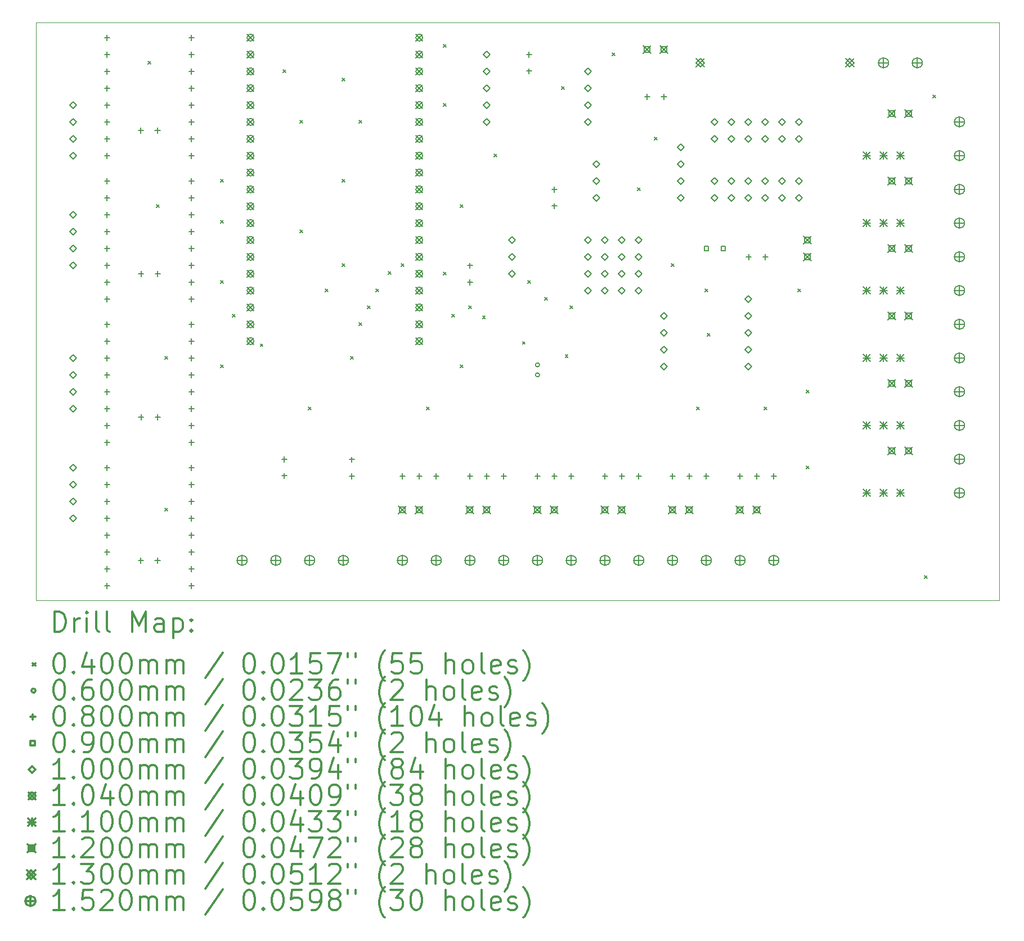
<source format=gbr>
%FSLAX45Y45*%
G04 Gerber Fmt 4.5, Leading zero omitted, Abs format (unit mm)*
G04 Created by KiCad (PCBNEW (5.1.10)-1) date 2021-12-14 18:49:54*
%MOMM*%
%LPD*%
G01*
G04 APERTURE LIST*
%TA.AperFunction,Profile*%
%ADD10C,0.100000*%
%TD*%
%ADD11C,0.200000*%
%ADD12C,0.300000*%
G04 APERTURE END LIST*
D10*
X18000000Y-10000000D02*
X3500000Y-10000000D01*
X18000000Y-1300000D02*
X18000000Y-10000000D01*
X3500000Y-10000000D02*
X3500000Y-1300000D01*
X3500000Y-1300000D02*
X18000000Y-1300000D01*
D11*
X5187000Y-1885000D02*
X5227000Y-1925000D01*
X5227000Y-1885000D02*
X5187000Y-1925000D01*
X5314000Y-4044000D02*
X5354000Y-4084000D01*
X5354000Y-4044000D02*
X5314000Y-4084000D01*
X5441000Y-6330000D02*
X5481000Y-6370000D01*
X5481000Y-6330000D02*
X5441000Y-6370000D01*
X5441000Y-8616000D02*
X5481000Y-8656000D01*
X5481000Y-8616000D02*
X5441000Y-8656000D01*
X6280000Y-3663000D02*
X6320000Y-3703000D01*
X6320000Y-3663000D02*
X6280000Y-3703000D01*
X6280000Y-4280000D02*
X6320000Y-4320000D01*
X6320000Y-4280000D02*
X6280000Y-4320000D01*
X6280000Y-5187000D02*
X6320000Y-5227000D01*
X6320000Y-5187000D02*
X6280000Y-5227000D01*
X6280000Y-6457000D02*
X6320000Y-6497000D01*
X6320000Y-6457000D02*
X6280000Y-6497000D01*
X6457000Y-5695000D02*
X6497000Y-5735000D01*
X6497000Y-5695000D02*
X6457000Y-5735000D01*
X6878350Y-6136870D02*
X6918350Y-6176870D01*
X6918350Y-6136870D02*
X6878350Y-6176870D01*
X7219000Y-2012000D02*
X7259000Y-2052000D01*
X7259000Y-2012000D02*
X7219000Y-2052000D01*
X7473000Y-2774000D02*
X7513000Y-2814000D01*
X7513000Y-2774000D02*
X7473000Y-2814000D01*
X7473000Y-4425000D02*
X7513000Y-4465000D01*
X7513000Y-4425000D02*
X7473000Y-4465000D01*
X7600000Y-7092000D02*
X7640000Y-7132000D01*
X7640000Y-7092000D02*
X7600000Y-7132000D01*
X7854000Y-5314000D02*
X7894000Y-5354000D01*
X7894000Y-5314000D02*
X7854000Y-5354000D01*
X8108000Y-2139000D02*
X8148000Y-2179000D01*
X8148000Y-2139000D02*
X8108000Y-2179000D01*
X8108000Y-3663000D02*
X8148000Y-3703000D01*
X8148000Y-3663000D02*
X8108000Y-3703000D01*
X8108000Y-4933000D02*
X8148000Y-4973000D01*
X8148000Y-4933000D02*
X8108000Y-4973000D01*
X8235000Y-6330000D02*
X8275000Y-6370000D01*
X8275000Y-6330000D02*
X8235000Y-6370000D01*
X8362000Y-2774000D02*
X8402000Y-2814000D01*
X8402000Y-2774000D02*
X8362000Y-2814000D01*
X8362000Y-5822000D02*
X8402000Y-5862000D01*
X8402000Y-5822000D02*
X8362000Y-5862000D01*
X8489000Y-5568000D02*
X8529000Y-5608000D01*
X8529000Y-5568000D02*
X8489000Y-5608000D01*
X8616000Y-5314000D02*
X8656000Y-5354000D01*
X8656000Y-5314000D02*
X8616000Y-5354000D01*
X8805350Y-5049360D02*
X8845350Y-5089360D01*
X8845350Y-5049360D02*
X8805350Y-5089360D01*
X8997000Y-4933000D02*
X9037000Y-4973000D01*
X9037000Y-4933000D02*
X8997000Y-4973000D01*
X9378000Y-7092000D02*
X9418000Y-7132000D01*
X9418000Y-7092000D02*
X9378000Y-7132000D01*
X9632000Y-1631000D02*
X9672000Y-1671000D01*
X9672000Y-1631000D02*
X9632000Y-1671000D01*
X9632000Y-1631000D02*
X9672000Y-1671000D01*
X9672000Y-1631000D02*
X9632000Y-1671000D01*
X9632000Y-2520000D02*
X9672000Y-2560000D01*
X9672000Y-2520000D02*
X9632000Y-2560000D01*
X9632000Y-5060000D02*
X9672000Y-5100000D01*
X9672000Y-5060000D02*
X9632000Y-5100000D01*
X9759000Y-5695000D02*
X9799000Y-5735000D01*
X9799000Y-5695000D02*
X9759000Y-5735000D01*
X9886000Y-4044000D02*
X9926000Y-4084000D01*
X9926000Y-4044000D02*
X9886000Y-4084000D01*
X9886000Y-6457000D02*
X9926000Y-6497000D01*
X9926000Y-6457000D02*
X9886000Y-6497000D01*
X10013000Y-5568000D02*
X10053000Y-5608000D01*
X10053000Y-5568000D02*
X10013000Y-5608000D01*
X10221190Y-5717770D02*
X10261190Y-5757770D01*
X10261190Y-5717770D02*
X10221190Y-5757770D01*
X10394000Y-3282000D02*
X10434000Y-3322000D01*
X10434000Y-3282000D02*
X10394000Y-3322000D01*
X10824160Y-6102580D02*
X10864160Y-6142580D01*
X10864160Y-6102580D02*
X10824160Y-6142580D01*
X10902000Y-5187000D02*
X10942000Y-5227000D01*
X10942000Y-5187000D02*
X10902000Y-5227000D01*
X11156000Y-5441000D02*
X11196000Y-5481000D01*
X11196000Y-5441000D02*
X11156000Y-5481000D01*
X11410000Y-2266000D02*
X11450000Y-2306000D01*
X11450000Y-2266000D02*
X11410000Y-2306000D01*
X11467110Y-6300500D02*
X11507110Y-6340500D01*
X11507110Y-6300500D02*
X11467110Y-6340500D01*
X11537000Y-5568000D02*
X11577000Y-5608000D01*
X11577000Y-5568000D02*
X11537000Y-5608000D01*
X12172000Y-1758000D02*
X12212000Y-1798000D01*
X12212000Y-1758000D02*
X12172000Y-1798000D01*
X12553000Y-3790000D02*
X12593000Y-3830000D01*
X12593000Y-3790000D02*
X12553000Y-3830000D01*
X12807000Y-3028000D02*
X12847000Y-3068000D01*
X12847000Y-3028000D02*
X12807000Y-3068000D01*
X13061000Y-4933000D02*
X13101000Y-4973000D01*
X13101000Y-4933000D02*
X13061000Y-4973000D01*
X13442000Y-7092000D02*
X13482000Y-7132000D01*
X13482000Y-7092000D02*
X13442000Y-7132000D01*
X13569000Y-5314000D02*
X13609000Y-5354000D01*
X13609000Y-5314000D02*
X13569000Y-5354000D01*
X13602770Y-5979310D02*
X13642770Y-6019310D01*
X13642770Y-5979310D02*
X13602770Y-6019310D01*
X14458000Y-7092000D02*
X14498000Y-7132000D01*
X14498000Y-7092000D02*
X14458000Y-7132000D01*
X14966000Y-5314000D02*
X15006000Y-5354000D01*
X15006000Y-5314000D02*
X14966000Y-5354000D01*
X15093000Y-6838000D02*
X15133000Y-6878000D01*
X15133000Y-6838000D02*
X15093000Y-6878000D01*
X15093000Y-7981000D02*
X15133000Y-8021000D01*
X15133000Y-7981000D02*
X15093000Y-8021000D01*
X16871000Y-9632000D02*
X16911000Y-9672000D01*
X16911000Y-9632000D02*
X16871000Y-9672000D01*
X16998000Y-2393000D02*
X17038000Y-2433000D01*
X17038000Y-2393000D02*
X16998000Y-2433000D01*
X11079000Y-6454000D02*
G75*
G03*
X11079000Y-6454000I-30000J0D01*
G01*
X11079000Y-6604000D02*
G75*
G03*
X11079000Y-6604000I-30000J0D01*
G01*
X4572000Y-1484000D02*
X4572000Y-1564000D01*
X4532000Y-1524000D02*
X4612000Y-1524000D01*
X4572000Y-1738000D02*
X4572000Y-1818000D01*
X4532000Y-1778000D02*
X4612000Y-1778000D01*
X4572000Y-1992000D02*
X4572000Y-2072000D01*
X4532000Y-2032000D02*
X4612000Y-2032000D01*
X4572000Y-2246000D02*
X4572000Y-2326000D01*
X4532000Y-2286000D02*
X4612000Y-2286000D01*
X4572000Y-2500000D02*
X4572000Y-2580000D01*
X4532000Y-2540000D02*
X4612000Y-2540000D01*
X4572000Y-2754000D02*
X4572000Y-2834000D01*
X4532000Y-2794000D02*
X4612000Y-2794000D01*
X4572000Y-3008000D02*
X4572000Y-3088000D01*
X4532000Y-3048000D02*
X4612000Y-3048000D01*
X4572000Y-3262000D02*
X4572000Y-3342000D01*
X4532000Y-3302000D02*
X4612000Y-3302000D01*
X4572000Y-3643000D02*
X4572000Y-3723000D01*
X4532000Y-3683000D02*
X4612000Y-3683000D01*
X4572000Y-3897000D02*
X4572000Y-3977000D01*
X4532000Y-3937000D02*
X4612000Y-3937000D01*
X4572000Y-4151000D02*
X4572000Y-4231000D01*
X4532000Y-4191000D02*
X4612000Y-4191000D01*
X4572000Y-4405000D02*
X4572000Y-4485000D01*
X4532000Y-4445000D02*
X4612000Y-4445000D01*
X4572000Y-4659000D02*
X4572000Y-4739000D01*
X4532000Y-4699000D02*
X4612000Y-4699000D01*
X4572000Y-4913000D02*
X4572000Y-4993000D01*
X4532000Y-4953000D02*
X4612000Y-4953000D01*
X4572000Y-5167000D02*
X4572000Y-5247000D01*
X4532000Y-5207000D02*
X4612000Y-5207000D01*
X4572000Y-5421000D02*
X4572000Y-5501000D01*
X4532000Y-5461000D02*
X4612000Y-5461000D01*
X4572000Y-5802000D02*
X4572000Y-5882000D01*
X4532000Y-5842000D02*
X4612000Y-5842000D01*
X4572000Y-6056000D02*
X4572000Y-6136000D01*
X4532000Y-6096000D02*
X4612000Y-6096000D01*
X4572000Y-6310000D02*
X4572000Y-6390000D01*
X4532000Y-6350000D02*
X4612000Y-6350000D01*
X4572000Y-6564000D02*
X4572000Y-6644000D01*
X4532000Y-6604000D02*
X4612000Y-6604000D01*
X4572000Y-6818000D02*
X4572000Y-6898000D01*
X4532000Y-6858000D02*
X4612000Y-6858000D01*
X4572000Y-7072000D02*
X4572000Y-7152000D01*
X4532000Y-7112000D02*
X4612000Y-7112000D01*
X4572000Y-7326000D02*
X4572000Y-7406000D01*
X4532000Y-7366000D02*
X4612000Y-7366000D01*
X4572000Y-7580000D02*
X4572000Y-7660000D01*
X4532000Y-7620000D02*
X4612000Y-7620000D01*
X4572000Y-7961000D02*
X4572000Y-8041000D01*
X4532000Y-8001000D02*
X4612000Y-8001000D01*
X4572000Y-8215000D02*
X4572000Y-8295000D01*
X4532000Y-8255000D02*
X4612000Y-8255000D01*
X4572000Y-8469000D02*
X4572000Y-8549000D01*
X4532000Y-8509000D02*
X4612000Y-8509000D01*
X4572000Y-8723000D02*
X4572000Y-8803000D01*
X4532000Y-8763000D02*
X4612000Y-8763000D01*
X4572000Y-8977000D02*
X4572000Y-9057000D01*
X4532000Y-9017000D02*
X4612000Y-9017000D01*
X4572000Y-9231000D02*
X4572000Y-9311000D01*
X4532000Y-9271000D02*
X4612000Y-9271000D01*
X4572000Y-9485000D02*
X4572000Y-9565000D01*
X4532000Y-9525000D02*
X4612000Y-9525000D01*
X4572000Y-9739000D02*
X4572000Y-9819000D01*
X4532000Y-9779000D02*
X4612000Y-9779000D01*
X5080000Y-2881000D02*
X5080000Y-2961000D01*
X5040000Y-2921000D02*
X5120000Y-2921000D01*
X5080000Y-9358000D02*
X5080000Y-9438000D01*
X5040000Y-9398000D02*
X5120000Y-9398000D01*
X5084000Y-5040000D02*
X5084000Y-5120000D01*
X5044000Y-5080000D02*
X5124000Y-5080000D01*
X5084000Y-7199000D02*
X5084000Y-7279000D01*
X5044000Y-7239000D02*
X5124000Y-7239000D01*
X5330000Y-2881000D02*
X5330000Y-2961000D01*
X5290000Y-2921000D02*
X5370000Y-2921000D01*
X5330000Y-9358000D02*
X5330000Y-9438000D01*
X5290000Y-9398000D02*
X5370000Y-9398000D01*
X5334000Y-5040000D02*
X5334000Y-5120000D01*
X5294000Y-5080000D02*
X5374000Y-5080000D01*
X5334000Y-7199000D02*
X5334000Y-7279000D01*
X5294000Y-7239000D02*
X5374000Y-7239000D01*
X5842000Y-1484000D02*
X5842000Y-1564000D01*
X5802000Y-1524000D02*
X5882000Y-1524000D01*
X5842000Y-1738000D02*
X5842000Y-1818000D01*
X5802000Y-1778000D02*
X5882000Y-1778000D01*
X5842000Y-1992000D02*
X5842000Y-2072000D01*
X5802000Y-2032000D02*
X5882000Y-2032000D01*
X5842000Y-2246000D02*
X5842000Y-2326000D01*
X5802000Y-2286000D02*
X5882000Y-2286000D01*
X5842000Y-2500000D02*
X5842000Y-2580000D01*
X5802000Y-2540000D02*
X5882000Y-2540000D01*
X5842000Y-2754000D02*
X5842000Y-2834000D01*
X5802000Y-2794000D02*
X5882000Y-2794000D01*
X5842000Y-3008000D02*
X5842000Y-3088000D01*
X5802000Y-3048000D02*
X5882000Y-3048000D01*
X5842000Y-3262000D02*
X5842000Y-3342000D01*
X5802000Y-3302000D02*
X5882000Y-3302000D01*
X5842000Y-3643000D02*
X5842000Y-3723000D01*
X5802000Y-3683000D02*
X5882000Y-3683000D01*
X5842000Y-3897000D02*
X5842000Y-3977000D01*
X5802000Y-3937000D02*
X5882000Y-3937000D01*
X5842000Y-4151000D02*
X5842000Y-4231000D01*
X5802000Y-4191000D02*
X5882000Y-4191000D01*
X5842000Y-4405000D02*
X5842000Y-4485000D01*
X5802000Y-4445000D02*
X5882000Y-4445000D01*
X5842000Y-4659000D02*
X5842000Y-4739000D01*
X5802000Y-4699000D02*
X5882000Y-4699000D01*
X5842000Y-4913000D02*
X5842000Y-4993000D01*
X5802000Y-4953000D02*
X5882000Y-4953000D01*
X5842000Y-5167000D02*
X5842000Y-5247000D01*
X5802000Y-5207000D02*
X5882000Y-5207000D01*
X5842000Y-5421000D02*
X5842000Y-5501000D01*
X5802000Y-5461000D02*
X5882000Y-5461000D01*
X5842000Y-5802000D02*
X5842000Y-5882000D01*
X5802000Y-5842000D02*
X5882000Y-5842000D01*
X5842000Y-6056000D02*
X5842000Y-6136000D01*
X5802000Y-6096000D02*
X5882000Y-6096000D01*
X5842000Y-6310000D02*
X5842000Y-6390000D01*
X5802000Y-6350000D02*
X5882000Y-6350000D01*
X5842000Y-6564000D02*
X5842000Y-6644000D01*
X5802000Y-6604000D02*
X5882000Y-6604000D01*
X5842000Y-6818000D02*
X5842000Y-6898000D01*
X5802000Y-6858000D02*
X5882000Y-6858000D01*
X5842000Y-7072000D02*
X5842000Y-7152000D01*
X5802000Y-7112000D02*
X5882000Y-7112000D01*
X5842000Y-7326000D02*
X5842000Y-7406000D01*
X5802000Y-7366000D02*
X5882000Y-7366000D01*
X5842000Y-7580000D02*
X5842000Y-7660000D01*
X5802000Y-7620000D02*
X5882000Y-7620000D01*
X5842000Y-7961000D02*
X5842000Y-8041000D01*
X5802000Y-8001000D02*
X5882000Y-8001000D01*
X5842000Y-8215000D02*
X5842000Y-8295000D01*
X5802000Y-8255000D02*
X5882000Y-8255000D01*
X5842000Y-8469000D02*
X5842000Y-8549000D01*
X5802000Y-8509000D02*
X5882000Y-8509000D01*
X5842000Y-8723000D02*
X5842000Y-8803000D01*
X5802000Y-8763000D02*
X5882000Y-8763000D01*
X5842000Y-8977000D02*
X5842000Y-9057000D01*
X5802000Y-9017000D02*
X5882000Y-9017000D01*
X5842000Y-9231000D02*
X5842000Y-9311000D01*
X5802000Y-9271000D02*
X5882000Y-9271000D01*
X5842000Y-9485000D02*
X5842000Y-9565000D01*
X5802000Y-9525000D02*
X5882000Y-9525000D01*
X5842000Y-9739000D02*
X5842000Y-9819000D01*
X5802000Y-9779000D02*
X5882000Y-9779000D01*
X7239000Y-7834000D02*
X7239000Y-7914000D01*
X7199000Y-7874000D02*
X7279000Y-7874000D01*
X7239000Y-8084000D02*
X7239000Y-8164000D01*
X7199000Y-8124000D02*
X7279000Y-8124000D01*
X8255000Y-7838000D02*
X8255000Y-7918000D01*
X8215000Y-7878000D02*
X8295000Y-7878000D01*
X8255000Y-8088000D02*
X8255000Y-8168000D01*
X8215000Y-8128000D02*
X8295000Y-8128000D01*
X9017000Y-8088000D02*
X9017000Y-8168000D01*
X8977000Y-8128000D02*
X9057000Y-8128000D01*
X9271000Y-8088000D02*
X9271000Y-8168000D01*
X9231000Y-8128000D02*
X9311000Y-8128000D01*
X9525000Y-8088000D02*
X9525000Y-8168000D01*
X9485000Y-8128000D02*
X9565000Y-8128000D01*
X10033000Y-4917000D02*
X10033000Y-4997000D01*
X9993000Y-4957000D02*
X10073000Y-4957000D01*
X10033000Y-5167000D02*
X10033000Y-5247000D01*
X9993000Y-5207000D02*
X10073000Y-5207000D01*
X10033000Y-8088000D02*
X10033000Y-8168000D01*
X9993000Y-8128000D02*
X10073000Y-8128000D01*
X10287000Y-8088000D02*
X10287000Y-8168000D01*
X10247000Y-8128000D02*
X10327000Y-8128000D01*
X10541000Y-8088000D02*
X10541000Y-8168000D01*
X10501000Y-8128000D02*
X10581000Y-8128000D01*
X10922000Y-1738000D02*
X10922000Y-1818000D01*
X10882000Y-1778000D02*
X10962000Y-1778000D01*
X10922000Y-1988000D02*
X10922000Y-2068000D01*
X10882000Y-2028000D02*
X10962000Y-2028000D01*
X11049000Y-8088000D02*
X11049000Y-8168000D01*
X11009000Y-8128000D02*
X11089000Y-8128000D01*
X11303000Y-3770000D02*
X11303000Y-3850000D01*
X11263000Y-3810000D02*
X11343000Y-3810000D01*
X11303000Y-4020000D02*
X11303000Y-4100000D01*
X11263000Y-4060000D02*
X11343000Y-4060000D01*
X11303000Y-8088000D02*
X11303000Y-8168000D01*
X11263000Y-8128000D02*
X11343000Y-8128000D01*
X11557000Y-8088000D02*
X11557000Y-8168000D01*
X11517000Y-8128000D02*
X11597000Y-8128000D01*
X12065000Y-8088000D02*
X12065000Y-8168000D01*
X12025000Y-8128000D02*
X12105000Y-8128000D01*
X12319000Y-8088000D02*
X12319000Y-8168000D01*
X12279000Y-8128000D02*
X12359000Y-8128000D01*
X12573000Y-8088000D02*
X12573000Y-8168000D01*
X12533000Y-8128000D02*
X12613000Y-8128000D01*
X12700000Y-2373000D02*
X12700000Y-2453000D01*
X12660000Y-2413000D02*
X12740000Y-2413000D01*
X12950000Y-2373000D02*
X12950000Y-2453000D01*
X12910000Y-2413000D02*
X12990000Y-2413000D01*
X13081000Y-8088000D02*
X13081000Y-8168000D01*
X13041000Y-8128000D02*
X13121000Y-8128000D01*
X13335000Y-8088000D02*
X13335000Y-8168000D01*
X13295000Y-8128000D02*
X13375000Y-8128000D01*
X13589000Y-8088000D02*
X13589000Y-8168000D01*
X13549000Y-8128000D02*
X13629000Y-8128000D01*
X14097000Y-8088000D02*
X14097000Y-8168000D01*
X14057000Y-8128000D02*
X14137000Y-8128000D01*
X14228000Y-4786000D02*
X14228000Y-4866000D01*
X14188000Y-4826000D02*
X14268000Y-4826000D01*
X14351000Y-8088000D02*
X14351000Y-8168000D01*
X14311000Y-8128000D02*
X14391000Y-8128000D01*
X14478000Y-4786000D02*
X14478000Y-4866000D01*
X14438000Y-4826000D02*
X14518000Y-4826000D01*
X14605000Y-8088000D02*
X14605000Y-8168000D01*
X14565000Y-8128000D02*
X14645000Y-8128000D01*
X13620820Y-4730820D02*
X13620820Y-4667180D01*
X13557180Y-4667180D01*
X13557180Y-4730820D01*
X13620820Y-4730820D01*
X13874820Y-4730820D02*
X13874820Y-4667180D01*
X13811180Y-4667180D01*
X13811180Y-4730820D01*
X13874820Y-4730820D01*
X4064000Y-2590000D02*
X4114000Y-2540000D01*
X4064000Y-2490000D01*
X4014000Y-2540000D01*
X4064000Y-2590000D01*
X4064000Y-2844000D02*
X4114000Y-2794000D01*
X4064000Y-2744000D01*
X4014000Y-2794000D01*
X4064000Y-2844000D01*
X4064000Y-3098000D02*
X4114000Y-3048000D01*
X4064000Y-2998000D01*
X4014000Y-3048000D01*
X4064000Y-3098000D01*
X4064000Y-3352000D02*
X4114000Y-3302000D01*
X4064000Y-3252000D01*
X4014000Y-3302000D01*
X4064000Y-3352000D01*
X4064000Y-4241000D02*
X4114000Y-4191000D01*
X4064000Y-4141000D01*
X4014000Y-4191000D01*
X4064000Y-4241000D01*
X4064000Y-4495000D02*
X4114000Y-4445000D01*
X4064000Y-4395000D01*
X4014000Y-4445000D01*
X4064000Y-4495000D01*
X4064000Y-4749000D02*
X4114000Y-4699000D01*
X4064000Y-4649000D01*
X4014000Y-4699000D01*
X4064000Y-4749000D01*
X4064000Y-5003000D02*
X4114000Y-4953000D01*
X4064000Y-4903000D01*
X4014000Y-4953000D01*
X4064000Y-5003000D01*
X4064000Y-6400000D02*
X4114000Y-6350000D01*
X4064000Y-6300000D01*
X4014000Y-6350000D01*
X4064000Y-6400000D01*
X4064000Y-6654000D02*
X4114000Y-6604000D01*
X4064000Y-6554000D01*
X4014000Y-6604000D01*
X4064000Y-6654000D01*
X4064000Y-6908000D02*
X4114000Y-6858000D01*
X4064000Y-6808000D01*
X4014000Y-6858000D01*
X4064000Y-6908000D01*
X4064000Y-7162000D02*
X4114000Y-7112000D01*
X4064000Y-7062000D01*
X4014000Y-7112000D01*
X4064000Y-7162000D01*
X4064000Y-8051000D02*
X4114000Y-8001000D01*
X4064000Y-7951000D01*
X4014000Y-8001000D01*
X4064000Y-8051000D01*
X4064000Y-8305000D02*
X4114000Y-8255000D01*
X4064000Y-8205000D01*
X4014000Y-8255000D01*
X4064000Y-8305000D01*
X4064000Y-8559000D02*
X4114000Y-8509000D01*
X4064000Y-8459000D01*
X4014000Y-8509000D01*
X4064000Y-8559000D01*
X4064000Y-8813000D02*
X4114000Y-8763000D01*
X4064000Y-8713000D01*
X4014000Y-8763000D01*
X4064000Y-8813000D01*
X10287000Y-1828000D02*
X10337000Y-1778000D01*
X10287000Y-1728000D01*
X10237000Y-1778000D01*
X10287000Y-1828000D01*
X10287000Y-2082000D02*
X10337000Y-2032000D01*
X10287000Y-1982000D01*
X10237000Y-2032000D01*
X10287000Y-2082000D01*
X10287000Y-2336000D02*
X10337000Y-2286000D01*
X10287000Y-2236000D01*
X10237000Y-2286000D01*
X10287000Y-2336000D01*
X10287000Y-2590000D02*
X10337000Y-2540000D01*
X10287000Y-2490000D01*
X10237000Y-2540000D01*
X10287000Y-2590000D01*
X10287000Y-2844000D02*
X10337000Y-2794000D01*
X10287000Y-2744000D01*
X10237000Y-2794000D01*
X10287000Y-2844000D01*
X10668000Y-4622000D02*
X10718000Y-4572000D01*
X10668000Y-4522000D01*
X10618000Y-4572000D01*
X10668000Y-4622000D01*
X10668000Y-4876000D02*
X10718000Y-4826000D01*
X10668000Y-4776000D01*
X10618000Y-4826000D01*
X10668000Y-4876000D01*
X10668000Y-5130000D02*
X10718000Y-5080000D01*
X10668000Y-5030000D01*
X10618000Y-5080000D01*
X10668000Y-5130000D01*
X11811000Y-2082000D02*
X11861000Y-2032000D01*
X11811000Y-1982000D01*
X11761000Y-2032000D01*
X11811000Y-2082000D01*
X11811000Y-2336000D02*
X11861000Y-2286000D01*
X11811000Y-2236000D01*
X11761000Y-2286000D01*
X11811000Y-2336000D01*
X11811000Y-2590000D02*
X11861000Y-2540000D01*
X11811000Y-2490000D01*
X11761000Y-2540000D01*
X11811000Y-2590000D01*
X11811000Y-2844000D02*
X11861000Y-2794000D01*
X11811000Y-2744000D01*
X11761000Y-2794000D01*
X11811000Y-2844000D01*
X11811000Y-4622000D02*
X11861000Y-4572000D01*
X11811000Y-4522000D01*
X11761000Y-4572000D01*
X11811000Y-4622000D01*
X11811000Y-4876000D02*
X11861000Y-4826000D01*
X11811000Y-4776000D01*
X11761000Y-4826000D01*
X11811000Y-4876000D01*
X11811000Y-5130000D02*
X11861000Y-5080000D01*
X11811000Y-5030000D01*
X11761000Y-5080000D01*
X11811000Y-5130000D01*
X11811000Y-5384000D02*
X11861000Y-5334000D01*
X11811000Y-5284000D01*
X11761000Y-5334000D01*
X11811000Y-5384000D01*
X11938000Y-3479000D02*
X11988000Y-3429000D01*
X11938000Y-3379000D01*
X11888000Y-3429000D01*
X11938000Y-3479000D01*
X11938000Y-3733000D02*
X11988000Y-3683000D01*
X11938000Y-3633000D01*
X11888000Y-3683000D01*
X11938000Y-3733000D01*
X11938000Y-3987000D02*
X11988000Y-3937000D01*
X11938000Y-3887000D01*
X11888000Y-3937000D01*
X11938000Y-3987000D01*
X12065000Y-4622000D02*
X12115000Y-4572000D01*
X12065000Y-4522000D01*
X12015000Y-4572000D01*
X12065000Y-4622000D01*
X12065000Y-4876000D02*
X12115000Y-4826000D01*
X12065000Y-4776000D01*
X12015000Y-4826000D01*
X12065000Y-4876000D01*
X12065000Y-5130000D02*
X12115000Y-5080000D01*
X12065000Y-5030000D01*
X12015000Y-5080000D01*
X12065000Y-5130000D01*
X12065000Y-5384000D02*
X12115000Y-5334000D01*
X12065000Y-5284000D01*
X12015000Y-5334000D01*
X12065000Y-5384000D01*
X12319000Y-4622000D02*
X12369000Y-4572000D01*
X12319000Y-4522000D01*
X12269000Y-4572000D01*
X12319000Y-4622000D01*
X12319000Y-4876000D02*
X12369000Y-4826000D01*
X12319000Y-4776000D01*
X12269000Y-4826000D01*
X12319000Y-4876000D01*
X12319000Y-5130000D02*
X12369000Y-5080000D01*
X12319000Y-5030000D01*
X12269000Y-5080000D01*
X12319000Y-5130000D01*
X12319000Y-5384000D02*
X12369000Y-5334000D01*
X12319000Y-5284000D01*
X12269000Y-5334000D01*
X12319000Y-5384000D01*
X12573000Y-4622000D02*
X12623000Y-4572000D01*
X12573000Y-4522000D01*
X12523000Y-4572000D01*
X12573000Y-4622000D01*
X12573000Y-4876000D02*
X12623000Y-4826000D01*
X12573000Y-4776000D01*
X12523000Y-4826000D01*
X12573000Y-4876000D01*
X12573000Y-5130000D02*
X12623000Y-5080000D01*
X12573000Y-5030000D01*
X12523000Y-5080000D01*
X12573000Y-5130000D01*
X12573000Y-5384000D02*
X12623000Y-5334000D01*
X12573000Y-5284000D01*
X12523000Y-5334000D01*
X12573000Y-5384000D01*
X12954000Y-5765000D02*
X13004000Y-5715000D01*
X12954000Y-5665000D01*
X12904000Y-5715000D01*
X12954000Y-5765000D01*
X12954000Y-6019000D02*
X13004000Y-5969000D01*
X12954000Y-5919000D01*
X12904000Y-5969000D01*
X12954000Y-6019000D01*
X12954000Y-6273000D02*
X13004000Y-6223000D01*
X12954000Y-6173000D01*
X12904000Y-6223000D01*
X12954000Y-6273000D01*
X12954000Y-6527000D02*
X13004000Y-6477000D01*
X12954000Y-6427000D01*
X12904000Y-6477000D01*
X12954000Y-6527000D01*
X13208000Y-3225000D02*
X13258000Y-3175000D01*
X13208000Y-3125000D01*
X13158000Y-3175000D01*
X13208000Y-3225000D01*
X13208000Y-3479000D02*
X13258000Y-3429000D01*
X13208000Y-3379000D01*
X13158000Y-3429000D01*
X13208000Y-3479000D01*
X13208000Y-3733000D02*
X13258000Y-3683000D01*
X13208000Y-3633000D01*
X13158000Y-3683000D01*
X13208000Y-3733000D01*
X13208000Y-3987000D02*
X13258000Y-3937000D01*
X13208000Y-3887000D01*
X13158000Y-3937000D01*
X13208000Y-3987000D01*
X13716000Y-2844000D02*
X13766000Y-2794000D01*
X13716000Y-2744000D01*
X13666000Y-2794000D01*
X13716000Y-2844000D01*
X13716000Y-3098000D02*
X13766000Y-3048000D01*
X13716000Y-2998000D01*
X13666000Y-3048000D01*
X13716000Y-3098000D01*
X13716000Y-3733000D02*
X13766000Y-3683000D01*
X13716000Y-3633000D01*
X13666000Y-3683000D01*
X13716000Y-3733000D01*
X13716000Y-3987000D02*
X13766000Y-3937000D01*
X13716000Y-3887000D01*
X13666000Y-3937000D01*
X13716000Y-3987000D01*
X13970000Y-2844000D02*
X14020000Y-2794000D01*
X13970000Y-2744000D01*
X13920000Y-2794000D01*
X13970000Y-2844000D01*
X13970000Y-3098000D02*
X14020000Y-3048000D01*
X13970000Y-2998000D01*
X13920000Y-3048000D01*
X13970000Y-3098000D01*
X13970000Y-3733000D02*
X14020000Y-3683000D01*
X13970000Y-3633000D01*
X13920000Y-3683000D01*
X13970000Y-3733000D01*
X13970000Y-3987000D02*
X14020000Y-3937000D01*
X13970000Y-3887000D01*
X13920000Y-3937000D01*
X13970000Y-3987000D01*
X14224000Y-2844000D02*
X14274000Y-2794000D01*
X14224000Y-2744000D01*
X14174000Y-2794000D01*
X14224000Y-2844000D01*
X14224000Y-3098000D02*
X14274000Y-3048000D01*
X14224000Y-2998000D01*
X14174000Y-3048000D01*
X14224000Y-3098000D01*
X14224000Y-3733000D02*
X14274000Y-3683000D01*
X14224000Y-3633000D01*
X14174000Y-3683000D01*
X14224000Y-3733000D01*
X14224000Y-3987000D02*
X14274000Y-3937000D01*
X14224000Y-3887000D01*
X14174000Y-3937000D01*
X14224000Y-3987000D01*
X14224000Y-5511000D02*
X14274000Y-5461000D01*
X14224000Y-5411000D01*
X14174000Y-5461000D01*
X14224000Y-5511000D01*
X14224000Y-5765000D02*
X14274000Y-5715000D01*
X14224000Y-5665000D01*
X14174000Y-5715000D01*
X14224000Y-5765000D01*
X14224000Y-6019000D02*
X14274000Y-5969000D01*
X14224000Y-5919000D01*
X14174000Y-5969000D01*
X14224000Y-6019000D01*
X14224000Y-6273000D02*
X14274000Y-6223000D01*
X14224000Y-6173000D01*
X14174000Y-6223000D01*
X14224000Y-6273000D01*
X14224000Y-6527000D02*
X14274000Y-6477000D01*
X14224000Y-6427000D01*
X14174000Y-6477000D01*
X14224000Y-6527000D01*
X14478000Y-2844000D02*
X14528000Y-2794000D01*
X14478000Y-2744000D01*
X14428000Y-2794000D01*
X14478000Y-2844000D01*
X14478000Y-3098000D02*
X14528000Y-3048000D01*
X14478000Y-2998000D01*
X14428000Y-3048000D01*
X14478000Y-3098000D01*
X14478000Y-3733000D02*
X14528000Y-3683000D01*
X14478000Y-3633000D01*
X14428000Y-3683000D01*
X14478000Y-3733000D01*
X14478000Y-3987000D02*
X14528000Y-3937000D01*
X14478000Y-3887000D01*
X14428000Y-3937000D01*
X14478000Y-3987000D01*
X14732000Y-2844000D02*
X14782000Y-2794000D01*
X14732000Y-2744000D01*
X14682000Y-2794000D01*
X14732000Y-2844000D01*
X14732000Y-3098000D02*
X14782000Y-3048000D01*
X14732000Y-2998000D01*
X14682000Y-3048000D01*
X14732000Y-3098000D01*
X14732000Y-3733000D02*
X14782000Y-3683000D01*
X14732000Y-3633000D01*
X14682000Y-3683000D01*
X14732000Y-3733000D01*
X14732000Y-3987000D02*
X14782000Y-3937000D01*
X14732000Y-3887000D01*
X14682000Y-3937000D01*
X14732000Y-3987000D01*
X14986000Y-2844000D02*
X15036000Y-2794000D01*
X14986000Y-2744000D01*
X14936000Y-2794000D01*
X14986000Y-2844000D01*
X14986000Y-3098000D02*
X15036000Y-3048000D01*
X14986000Y-2998000D01*
X14936000Y-3048000D01*
X14986000Y-3098000D01*
X14986000Y-3733000D02*
X15036000Y-3683000D01*
X14986000Y-3633000D01*
X14936000Y-3683000D01*
X14986000Y-3733000D01*
X14986000Y-3987000D02*
X15036000Y-3937000D01*
X14986000Y-3887000D01*
X14936000Y-3937000D01*
X14986000Y-3987000D01*
X6679000Y-1472000D02*
X6783000Y-1576000D01*
X6783000Y-1472000D02*
X6679000Y-1576000D01*
X6783000Y-1524000D02*
G75*
G03*
X6783000Y-1524000I-52000J0D01*
G01*
X6679000Y-1726000D02*
X6783000Y-1830000D01*
X6783000Y-1726000D02*
X6679000Y-1830000D01*
X6783000Y-1778000D02*
G75*
G03*
X6783000Y-1778000I-52000J0D01*
G01*
X6679000Y-1980000D02*
X6783000Y-2084000D01*
X6783000Y-1980000D02*
X6679000Y-2084000D01*
X6783000Y-2032000D02*
G75*
G03*
X6783000Y-2032000I-52000J0D01*
G01*
X6679000Y-2234000D02*
X6783000Y-2338000D01*
X6783000Y-2234000D02*
X6679000Y-2338000D01*
X6783000Y-2286000D02*
G75*
G03*
X6783000Y-2286000I-52000J0D01*
G01*
X6679000Y-2488000D02*
X6783000Y-2592000D01*
X6783000Y-2488000D02*
X6679000Y-2592000D01*
X6783000Y-2540000D02*
G75*
G03*
X6783000Y-2540000I-52000J0D01*
G01*
X6679000Y-2742000D02*
X6783000Y-2846000D01*
X6783000Y-2742000D02*
X6679000Y-2846000D01*
X6783000Y-2794000D02*
G75*
G03*
X6783000Y-2794000I-52000J0D01*
G01*
X6679000Y-2996000D02*
X6783000Y-3100000D01*
X6783000Y-2996000D02*
X6679000Y-3100000D01*
X6783000Y-3048000D02*
G75*
G03*
X6783000Y-3048000I-52000J0D01*
G01*
X6679000Y-3250000D02*
X6783000Y-3354000D01*
X6783000Y-3250000D02*
X6679000Y-3354000D01*
X6783000Y-3302000D02*
G75*
G03*
X6783000Y-3302000I-52000J0D01*
G01*
X6679000Y-3504000D02*
X6783000Y-3608000D01*
X6783000Y-3504000D02*
X6679000Y-3608000D01*
X6783000Y-3556000D02*
G75*
G03*
X6783000Y-3556000I-52000J0D01*
G01*
X6679000Y-3758000D02*
X6783000Y-3862000D01*
X6783000Y-3758000D02*
X6679000Y-3862000D01*
X6783000Y-3810000D02*
G75*
G03*
X6783000Y-3810000I-52000J0D01*
G01*
X6679000Y-4012000D02*
X6783000Y-4116000D01*
X6783000Y-4012000D02*
X6679000Y-4116000D01*
X6783000Y-4064000D02*
G75*
G03*
X6783000Y-4064000I-52000J0D01*
G01*
X6679000Y-4266000D02*
X6783000Y-4370000D01*
X6783000Y-4266000D02*
X6679000Y-4370000D01*
X6783000Y-4318000D02*
G75*
G03*
X6783000Y-4318000I-52000J0D01*
G01*
X6679000Y-4520000D02*
X6783000Y-4624000D01*
X6783000Y-4520000D02*
X6679000Y-4624000D01*
X6783000Y-4572000D02*
G75*
G03*
X6783000Y-4572000I-52000J0D01*
G01*
X6679000Y-4774000D02*
X6783000Y-4878000D01*
X6783000Y-4774000D02*
X6679000Y-4878000D01*
X6783000Y-4826000D02*
G75*
G03*
X6783000Y-4826000I-52000J0D01*
G01*
X6679000Y-5028000D02*
X6783000Y-5132000D01*
X6783000Y-5028000D02*
X6679000Y-5132000D01*
X6783000Y-5080000D02*
G75*
G03*
X6783000Y-5080000I-52000J0D01*
G01*
X6679000Y-5282000D02*
X6783000Y-5386000D01*
X6783000Y-5282000D02*
X6679000Y-5386000D01*
X6783000Y-5334000D02*
G75*
G03*
X6783000Y-5334000I-52000J0D01*
G01*
X6679000Y-5536000D02*
X6783000Y-5640000D01*
X6783000Y-5536000D02*
X6679000Y-5640000D01*
X6783000Y-5588000D02*
G75*
G03*
X6783000Y-5588000I-52000J0D01*
G01*
X6679000Y-5790000D02*
X6783000Y-5894000D01*
X6783000Y-5790000D02*
X6679000Y-5894000D01*
X6783000Y-5842000D02*
G75*
G03*
X6783000Y-5842000I-52000J0D01*
G01*
X6679000Y-6044000D02*
X6783000Y-6148000D01*
X6783000Y-6044000D02*
X6679000Y-6148000D01*
X6783000Y-6096000D02*
G75*
G03*
X6783000Y-6096000I-52000J0D01*
G01*
X9219000Y-1472000D02*
X9323000Y-1576000D01*
X9323000Y-1472000D02*
X9219000Y-1576000D01*
X9323000Y-1524000D02*
G75*
G03*
X9323000Y-1524000I-52000J0D01*
G01*
X9219000Y-1726000D02*
X9323000Y-1830000D01*
X9323000Y-1726000D02*
X9219000Y-1830000D01*
X9323000Y-1778000D02*
G75*
G03*
X9323000Y-1778000I-52000J0D01*
G01*
X9219000Y-1980000D02*
X9323000Y-2084000D01*
X9323000Y-1980000D02*
X9219000Y-2084000D01*
X9323000Y-2032000D02*
G75*
G03*
X9323000Y-2032000I-52000J0D01*
G01*
X9219000Y-2234000D02*
X9323000Y-2338000D01*
X9323000Y-2234000D02*
X9219000Y-2338000D01*
X9323000Y-2286000D02*
G75*
G03*
X9323000Y-2286000I-52000J0D01*
G01*
X9219000Y-2488000D02*
X9323000Y-2592000D01*
X9323000Y-2488000D02*
X9219000Y-2592000D01*
X9323000Y-2540000D02*
G75*
G03*
X9323000Y-2540000I-52000J0D01*
G01*
X9219000Y-2742000D02*
X9323000Y-2846000D01*
X9323000Y-2742000D02*
X9219000Y-2846000D01*
X9323000Y-2794000D02*
G75*
G03*
X9323000Y-2794000I-52000J0D01*
G01*
X9219000Y-2996000D02*
X9323000Y-3100000D01*
X9323000Y-2996000D02*
X9219000Y-3100000D01*
X9323000Y-3048000D02*
G75*
G03*
X9323000Y-3048000I-52000J0D01*
G01*
X9219000Y-3250000D02*
X9323000Y-3354000D01*
X9323000Y-3250000D02*
X9219000Y-3354000D01*
X9323000Y-3302000D02*
G75*
G03*
X9323000Y-3302000I-52000J0D01*
G01*
X9219000Y-3504000D02*
X9323000Y-3608000D01*
X9323000Y-3504000D02*
X9219000Y-3608000D01*
X9323000Y-3556000D02*
G75*
G03*
X9323000Y-3556000I-52000J0D01*
G01*
X9219000Y-3758000D02*
X9323000Y-3862000D01*
X9323000Y-3758000D02*
X9219000Y-3862000D01*
X9323000Y-3810000D02*
G75*
G03*
X9323000Y-3810000I-52000J0D01*
G01*
X9219000Y-4012000D02*
X9323000Y-4116000D01*
X9323000Y-4012000D02*
X9219000Y-4116000D01*
X9323000Y-4064000D02*
G75*
G03*
X9323000Y-4064000I-52000J0D01*
G01*
X9219000Y-4266000D02*
X9323000Y-4370000D01*
X9323000Y-4266000D02*
X9219000Y-4370000D01*
X9323000Y-4318000D02*
G75*
G03*
X9323000Y-4318000I-52000J0D01*
G01*
X9219000Y-4520000D02*
X9323000Y-4624000D01*
X9323000Y-4520000D02*
X9219000Y-4624000D01*
X9323000Y-4572000D02*
G75*
G03*
X9323000Y-4572000I-52000J0D01*
G01*
X9219000Y-4774000D02*
X9323000Y-4878000D01*
X9323000Y-4774000D02*
X9219000Y-4878000D01*
X9323000Y-4826000D02*
G75*
G03*
X9323000Y-4826000I-52000J0D01*
G01*
X9219000Y-5028000D02*
X9323000Y-5132000D01*
X9323000Y-5028000D02*
X9219000Y-5132000D01*
X9323000Y-5080000D02*
G75*
G03*
X9323000Y-5080000I-52000J0D01*
G01*
X9219000Y-5282000D02*
X9323000Y-5386000D01*
X9323000Y-5282000D02*
X9219000Y-5386000D01*
X9323000Y-5334000D02*
G75*
G03*
X9323000Y-5334000I-52000J0D01*
G01*
X9219000Y-5536000D02*
X9323000Y-5640000D01*
X9323000Y-5536000D02*
X9219000Y-5640000D01*
X9323000Y-5588000D02*
G75*
G03*
X9323000Y-5588000I-52000J0D01*
G01*
X9219000Y-5790000D02*
X9323000Y-5894000D01*
X9323000Y-5790000D02*
X9219000Y-5894000D01*
X9323000Y-5842000D02*
G75*
G03*
X9323000Y-5842000I-52000J0D01*
G01*
X9219000Y-6044000D02*
X9323000Y-6148000D01*
X9323000Y-6044000D02*
X9219000Y-6148000D01*
X9323000Y-6096000D02*
G75*
G03*
X9323000Y-6096000I-52000J0D01*
G01*
X15947000Y-3247000D02*
X16057000Y-3357000D01*
X16057000Y-3247000D02*
X15947000Y-3357000D01*
X16002000Y-3247000D02*
X16002000Y-3357000D01*
X15947000Y-3302000D02*
X16057000Y-3302000D01*
X15947000Y-4263000D02*
X16057000Y-4373000D01*
X16057000Y-4263000D02*
X15947000Y-4373000D01*
X16002000Y-4263000D02*
X16002000Y-4373000D01*
X15947000Y-4318000D02*
X16057000Y-4318000D01*
X15947000Y-5279000D02*
X16057000Y-5389000D01*
X16057000Y-5279000D02*
X15947000Y-5389000D01*
X16002000Y-5279000D02*
X16002000Y-5389000D01*
X15947000Y-5334000D02*
X16057000Y-5334000D01*
X15947000Y-6295000D02*
X16057000Y-6405000D01*
X16057000Y-6295000D02*
X15947000Y-6405000D01*
X16002000Y-6295000D02*
X16002000Y-6405000D01*
X15947000Y-6350000D02*
X16057000Y-6350000D01*
X15947000Y-7311000D02*
X16057000Y-7421000D01*
X16057000Y-7311000D02*
X15947000Y-7421000D01*
X16002000Y-7311000D02*
X16002000Y-7421000D01*
X15947000Y-7366000D02*
X16057000Y-7366000D01*
X15947000Y-8327000D02*
X16057000Y-8437000D01*
X16057000Y-8327000D02*
X15947000Y-8437000D01*
X16002000Y-8327000D02*
X16002000Y-8437000D01*
X15947000Y-8382000D02*
X16057000Y-8382000D01*
X16201000Y-3247000D02*
X16311000Y-3357000D01*
X16311000Y-3247000D02*
X16201000Y-3357000D01*
X16256000Y-3247000D02*
X16256000Y-3357000D01*
X16201000Y-3302000D02*
X16311000Y-3302000D01*
X16201000Y-4263000D02*
X16311000Y-4373000D01*
X16311000Y-4263000D02*
X16201000Y-4373000D01*
X16256000Y-4263000D02*
X16256000Y-4373000D01*
X16201000Y-4318000D02*
X16311000Y-4318000D01*
X16201000Y-5279000D02*
X16311000Y-5389000D01*
X16311000Y-5279000D02*
X16201000Y-5389000D01*
X16256000Y-5279000D02*
X16256000Y-5389000D01*
X16201000Y-5334000D02*
X16311000Y-5334000D01*
X16201000Y-6295000D02*
X16311000Y-6405000D01*
X16311000Y-6295000D02*
X16201000Y-6405000D01*
X16256000Y-6295000D02*
X16256000Y-6405000D01*
X16201000Y-6350000D02*
X16311000Y-6350000D01*
X16201000Y-7311000D02*
X16311000Y-7421000D01*
X16311000Y-7311000D02*
X16201000Y-7421000D01*
X16256000Y-7311000D02*
X16256000Y-7421000D01*
X16201000Y-7366000D02*
X16311000Y-7366000D01*
X16201000Y-8327000D02*
X16311000Y-8437000D01*
X16311000Y-8327000D02*
X16201000Y-8437000D01*
X16256000Y-8327000D02*
X16256000Y-8437000D01*
X16201000Y-8382000D02*
X16311000Y-8382000D01*
X16455000Y-3247000D02*
X16565000Y-3357000D01*
X16565000Y-3247000D02*
X16455000Y-3357000D01*
X16510000Y-3247000D02*
X16510000Y-3357000D01*
X16455000Y-3302000D02*
X16565000Y-3302000D01*
X16455000Y-4263000D02*
X16565000Y-4373000D01*
X16565000Y-4263000D02*
X16455000Y-4373000D01*
X16510000Y-4263000D02*
X16510000Y-4373000D01*
X16455000Y-4318000D02*
X16565000Y-4318000D01*
X16455000Y-5279000D02*
X16565000Y-5389000D01*
X16565000Y-5279000D02*
X16455000Y-5389000D01*
X16510000Y-5279000D02*
X16510000Y-5389000D01*
X16455000Y-5334000D02*
X16565000Y-5334000D01*
X16455000Y-6295000D02*
X16565000Y-6405000D01*
X16565000Y-6295000D02*
X16455000Y-6405000D01*
X16510000Y-6295000D02*
X16510000Y-6405000D01*
X16455000Y-6350000D02*
X16565000Y-6350000D01*
X16455000Y-7311000D02*
X16565000Y-7421000D01*
X16565000Y-7311000D02*
X16455000Y-7421000D01*
X16510000Y-7311000D02*
X16510000Y-7421000D01*
X16455000Y-7366000D02*
X16565000Y-7366000D01*
X16455000Y-8327000D02*
X16565000Y-8437000D01*
X16565000Y-8327000D02*
X16455000Y-8437000D01*
X16510000Y-8327000D02*
X16510000Y-8437000D01*
X16455000Y-8382000D02*
X16565000Y-8382000D01*
X8957000Y-8576000D02*
X9077000Y-8696000D01*
X9077000Y-8576000D02*
X8957000Y-8696000D01*
X9059427Y-8678427D02*
X9059427Y-8593573D01*
X8974573Y-8593573D01*
X8974573Y-8678427D01*
X9059427Y-8678427D01*
X9211000Y-8576000D02*
X9331000Y-8696000D01*
X9331000Y-8576000D02*
X9211000Y-8696000D01*
X9313427Y-8678427D02*
X9313427Y-8593573D01*
X9228573Y-8593573D01*
X9228573Y-8678427D01*
X9313427Y-8678427D01*
X9973000Y-8576000D02*
X10093000Y-8696000D01*
X10093000Y-8576000D02*
X9973000Y-8696000D01*
X10075427Y-8678427D02*
X10075427Y-8593573D01*
X9990573Y-8593573D01*
X9990573Y-8678427D01*
X10075427Y-8678427D01*
X10227000Y-8576000D02*
X10347000Y-8696000D01*
X10347000Y-8576000D02*
X10227000Y-8696000D01*
X10329427Y-8678427D02*
X10329427Y-8593573D01*
X10244573Y-8593573D01*
X10244573Y-8678427D01*
X10329427Y-8678427D01*
X10989000Y-8576000D02*
X11109000Y-8696000D01*
X11109000Y-8576000D02*
X10989000Y-8696000D01*
X11091427Y-8678427D02*
X11091427Y-8593573D01*
X11006573Y-8593573D01*
X11006573Y-8678427D01*
X11091427Y-8678427D01*
X11243000Y-8576000D02*
X11363000Y-8696000D01*
X11363000Y-8576000D02*
X11243000Y-8696000D01*
X11345427Y-8678427D02*
X11345427Y-8593573D01*
X11260573Y-8593573D01*
X11260573Y-8678427D01*
X11345427Y-8678427D01*
X12005000Y-8576000D02*
X12125000Y-8696000D01*
X12125000Y-8576000D02*
X12005000Y-8696000D01*
X12107427Y-8678427D02*
X12107427Y-8593573D01*
X12022573Y-8593573D01*
X12022573Y-8678427D01*
X12107427Y-8678427D01*
X12259000Y-8576000D02*
X12379000Y-8696000D01*
X12379000Y-8576000D02*
X12259000Y-8696000D01*
X12361427Y-8678427D02*
X12361427Y-8593573D01*
X12276573Y-8593573D01*
X12276573Y-8678427D01*
X12361427Y-8678427D01*
X12640000Y-1640000D02*
X12760000Y-1760000D01*
X12760000Y-1640000D02*
X12640000Y-1760000D01*
X12742427Y-1742427D02*
X12742427Y-1657573D01*
X12657573Y-1657573D01*
X12657573Y-1742427D01*
X12742427Y-1742427D01*
X12894000Y-1640000D02*
X13014000Y-1760000D01*
X13014000Y-1640000D02*
X12894000Y-1760000D01*
X12996427Y-1742427D02*
X12996427Y-1657573D01*
X12911573Y-1657573D01*
X12911573Y-1742427D01*
X12996427Y-1742427D01*
X13021000Y-8576000D02*
X13141000Y-8696000D01*
X13141000Y-8576000D02*
X13021000Y-8696000D01*
X13123427Y-8678427D02*
X13123427Y-8593573D01*
X13038573Y-8593573D01*
X13038573Y-8678427D01*
X13123427Y-8678427D01*
X13275000Y-8576000D02*
X13395000Y-8696000D01*
X13395000Y-8576000D02*
X13275000Y-8696000D01*
X13377427Y-8678427D02*
X13377427Y-8593573D01*
X13292573Y-8593573D01*
X13292573Y-8678427D01*
X13377427Y-8678427D01*
X14037000Y-8576000D02*
X14157000Y-8696000D01*
X14157000Y-8576000D02*
X14037000Y-8696000D01*
X14139427Y-8678427D02*
X14139427Y-8593573D01*
X14054573Y-8593573D01*
X14054573Y-8678427D01*
X14139427Y-8678427D01*
X14291000Y-8576000D02*
X14411000Y-8696000D01*
X14411000Y-8576000D02*
X14291000Y-8696000D01*
X14393427Y-8678427D02*
X14393427Y-8593573D01*
X14308573Y-8593573D01*
X14308573Y-8678427D01*
X14393427Y-8678427D01*
X15053000Y-4512000D02*
X15173000Y-4632000D01*
X15173000Y-4512000D02*
X15053000Y-4632000D01*
X15155427Y-4614427D02*
X15155427Y-4529573D01*
X15070573Y-4529573D01*
X15070573Y-4614427D01*
X15155427Y-4614427D01*
X15053000Y-4766000D02*
X15173000Y-4886000D01*
X15173000Y-4766000D02*
X15053000Y-4886000D01*
X15155427Y-4868427D02*
X15155427Y-4783573D01*
X15070573Y-4783573D01*
X15070573Y-4868427D01*
X15155427Y-4868427D01*
X16323000Y-2607000D02*
X16443000Y-2727000D01*
X16443000Y-2607000D02*
X16323000Y-2727000D01*
X16425427Y-2709427D02*
X16425427Y-2624573D01*
X16340573Y-2624573D01*
X16340573Y-2709427D01*
X16425427Y-2709427D01*
X16323000Y-3623000D02*
X16443000Y-3743000D01*
X16443000Y-3623000D02*
X16323000Y-3743000D01*
X16425427Y-3725427D02*
X16425427Y-3640573D01*
X16340573Y-3640573D01*
X16340573Y-3725427D01*
X16425427Y-3725427D01*
X16323000Y-4639000D02*
X16443000Y-4759000D01*
X16443000Y-4639000D02*
X16323000Y-4759000D01*
X16425427Y-4741427D02*
X16425427Y-4656573D01*
X16340573Y-4656573D01*
X16340573Y-4741427D01*
X16425427Y-4741427D01*
X16323000Y-5655000D02*
X16443000Y-5775000D01*
X16443000Y-5655000D02*
X16323000Y-5775000D01*
X16425427Y-5757427D02*
X16425427Y-5672573D01*
X16340573Y-5672573D01*
X16340573Y-5757427D01*
X16425427Y-5757427D01*
X16323000Y-6671000D02*
X16443000Y-6791000D01*
X16443000Y-6671000D02*
X16323000Y-6791000D01*
X16425427Y-6773427D02*
X16425427Y-6688573D01*
X16340573Y-6688573D01*
X16340573Y-6773427D01*
X16425427Y-6773427D01*
X16323000Y-7687000D02*
X16443000Y-7807000D01*
X16443000Y-7687000D02*
X16323000Y-7807000D01*
X16425427Y-7789427D02*
X16425427Y-7704573D01*
X16340573Y-7704573D01*
X16340573Y-7789427D01*
X16425427Y-7789427D01*
X16577000Y-2607000D02*
X16697000Y-2727000D01*
X16697000Y-2607000D02*
X16577000Y-2727000D01*
X16679427Y-2709427D02*
X16679427Y-2624573D01*
X16594573Y-2624573D01*
X16594573Y-2709427D01*
X16679427Y-2709427D01*
X16577000Y-3623000D02*
X16697000Y-3743000D01*
X16697000Y-3623000D02*
X16577000Y-3743000D01*
X16679427Y-3725427D02*
X16679427Y-3640573D01*
X16594573Y-3640573D01*
X16594573Y-3725427D01*
X16679427Y-3725427D01*
X16577000Y-4639000D02*
X16697000Y-4759000D01*
X16697000Y-4639000D02*
X16577000Y-4759000D01*
X16679427Y-4741427D02*
X16679427Y-4656573D01*
X16594573Y-4656573D01*
X16594573Y-4741427D01*
X16679427Y-4741427D01*
X16577000Y-5655000D02*
X16697000Y-5775000D01*
X16697000Y-5655000D02*
X16577000Y-5775000D01*
X16679427Y-5757427D02*
X16679427Y-5672573D01*
X16594573Y-5672573D01*
X16594573Y-5757427D01*
X16679427Y-5757427D01*
X16577000Y-6671000D02*
X16697000Y-6791000D01*
X16697000Y-6671000D02*
X16577000Y-6791000D01*
X16679427Y-6773427D02*
X16679427Y-6688573D01*
X16594573Y-6688573D01*
X16594573Y-6773427D01*
X16679427Y-6773427D01*
X16577000Y-7687000D02*
X16697000Y-7807000D01*
X16697000Y-7687000D02*
X16577000Y-7807000D01*
X16679427Y-7789427D02*
X16679427Y-7704573D01*
X16594573Y-7704573D01*
X16594573Y-7789427D01*
X16679427Y-7789427D01*
X13433000Y-1840000D02*
X13563000Y-1970000D01*
X13563000Y-1840000D02*
X13433000Y-1970000D01*
X13498000Y-1970000D02*
X13563000Y-1905000D01*
X13498000Y-1840000D01*
X13433000Y-1905000D01*
X13498000Y-1970000D01*
X15683000Y-1840000D02*
X15813000Y-1970000D01*
X15813000Y-1840000D02*
X15683000Y-1970000D01*
X15748000Y-1970000D02*
X15813000Y-1905000D01*
X15748000Y-1840000D01*
X15683000Y-1905000D01*
X15748000Y-1970000D01*
X6604000Y-9322000D02*
X6604000Y-9474000D01*
X6528000Y-9398000D02*
X6680000Y-9398000D01*
X6680000Y-9398000D02*
G75*
G03*
X6680000Y-9398000I-76000J0D01*
G01*
X7112000Y-9322000D02*
X7112000Y-9474000D01*
X7036000Y-9398000D02*
X7188000Y-9398000D01*
X7188000Y-9398000D02*
G75*
G03*
X7188000Y-9398000I-76000J0D01*
G01*
X7620000Y-9322000D02*
X7620000Y-9474000D01*
X7544000Y-9398000D02*
X7696000Y-9398000D01*
X7696000Y-9398000D02*
G75*
G03*
X7696000Y-9398000I-76000J0D01*
G01*
X8128000Y-9322000D02*
X8128000Y-9474000D01*
X8052000Y-9398000D02*
X8204000Y-9398000D01*
X8204000Y-9398000D02*
G75*
G03*
X8204000Y-9398000I-76000J0D01*
G01*
X9017000Y-9322000D02*
X9017000Y-9474000D01*
X8941000Y-9398000D02*
X9093000Y-9398000D01*
X9093000Y-9398000D02*
G75*
G03*
X9093000Y-9398000I-76000J0D01*
G01*
X9525000Y-9322000D02*
X9525000Y-9474000D01*
X9449000Y-9398000D02*
X9601000Y-9398000D01*
X9601000Y-9398000D02*
G75*
G03*
X9601000Y-9398000I-76000J0D01*
G01*
X10033000Y-9322000D02*
X10033000Y-9474000D01*
X9957000Y-9398000D02*
X10109000Y-9398000D01*
X10109000Y-9398000D02*
G75*
G03*
X10109000Y-9398000I-76000J0D01*
G01*
X10541000Y-9322000D02*
X10541000Y-9474000D01*
X10465000Y-9398000D02*
X10617000Y-9398000D01*
X10617000Y-9398000D02*
G75*
G03*
X10617000Y-9398000I-76000J0D01*
G01*
X11049000Y-9322000D02*
X11049000Y-9474000D01*
X10973000Y-9398000D02*
X11125000Y-9398000D01*
X11125000Y-9398000D02*
G75*
G03*
X11125000Y-9398000I-76000J0D01*
G01*
X11557000Y-9322000D02*
X11557000Y-9474000D01*
X11481000Y-9398000D02*
X11633000Y-9398000D01*
X11633000Y-9398000D02*
G75*
G03*
X11633000Y-9398000I-76000J0D01*
G01*
X12065000Y-9322000D02*
X12065000Y-9474000D01*
X11989000Y-9398000D02*
X12141000Y-9398000D01*
X12141000Y-9398000D02*
G75*
G03*
X12141000Y-9398000I-76000J0D01*
G01*
X12573000Y-9322000D02*
X12573000Y-9474000D01*
X12497000Y-9398000D02*
X12649000Y-9398000D01*
X12649000Y-9398000D02*
G75*
G03*
X12649000Y-9398000I-76000J0D01*
G01*
X13081000Y-9322000D02*
X13081000Y-9474000D01*
X13005000Y-9398000D02*
X13157000Y-9398000D01*
X13157000Y-9398000D02*
G75*
G03*
X13157000Y-9398000I-76000J0D01*
G01*
X13589000Y-9322000D02*
X13589000Y-9474000D01*
X13513000Y-9398000D02*
X13665000Y-9398000D01*
X13665000Y-9398000D02*
G75*
G03*
X13665000Y-9398000I-76000J0D01*
G01*
X14097000Y-9322000D02*
X14097000Y-9474000D01*
X14021000Y-9398000D02*
X14173000Y-9398000D01*
X14173000Y-9398000D02*
G75*
G03*
X14173000Y-9398000I-76000J0D01*
G01*
X14605000Y-9322000D02*
X14605000Y-9474000D01*
X14529000Y-9398000D02*
X14681000Y-9398000D01*
X14681000Y-9398000D02*
G75*
G03*
X14681000Y-9398000I-76000J0D01*
G01*
X16256000Y-1829000D02*
X16256000Y-1981000D01*
X16180000Y-1905000D02*
X16332000Y-1905000D01*
X16332000Y-1905000D02*
G75*
G03*
X16332000Y-1905000I-76000J0D01*
G01*
X16764000Y-1829000D02*
X16764000Y-1981000D01*
X16688000Y-1905000D02*
X16840000Y-1905000D01*
X16840000Y-1905000D02*
G75*
G03*
X16840000Y-1905000I-76000J0D01*
G01*
X17399000Y-2718000D02*
X17399000Y-2870000D01*
X17323000Y-2794000D02*
X17475000Y-2794000D01*
X17475000Y-2794000D02*
G75*
G03*
X17475000Y-2794000I-76000J0D01*
G01*
X17399000Y-3226000D02*
X17399000Y-3378000D01*
X17323000Y-3302000D02*
X17475000Y-3302000D01*
X17475000Y-3302000D02*
G75*
G03*
X17475000Y-3302000I-76000J0D01*
G01*
X17399000Y-3734000D02*
X17399000Y-3886000D01*
X17323000Y-3810000D02*
X17475000Y-3810000D01*
X17475000Y-3810000D02*
G75*
G03*
X17475000Y-3810000I-76000J0D01*
G01*
X17399000Y-4242000D02*
X17399000Y-4394000D01*
X17323000Y-4318000D02*
X17475000Y-4318000D01*
X17475000Y-4318000D02*
G75*
G03*
X17475000Y-4318000I-76000J0D01*
G01*
X17399000Y-4750000D02*
X17399000Y-4902000D01*
X17323000Y-4826000D02*
X17475000Y-4826000D01*
X17475000Y-4826000D02*
G75*
G03*
X17475000Y-4826000I-76000J0D01*
G01*
X17399000Y-5258000D02*
X17399000Y-5410000D01*
X17323000Y-5334000D02*
X17475000Y-5334000D01*
X17475000Y-5334000D02*
G75*
G03*
X17475000Y-5334000I-76000J0D01*
G01*
X17399000Y-5766000D02*
X17399000Y-5918000D01*
X17323000Y-5842000D02*
X17475000Y-5842000D01*
X17475000Y-5842000D02*
G75*
G03*
X17475000Y-5842000I-76000J0D01*
G01*
X17399000Y-6274000D02*
X17399000Y-6426000D01*
X17323000Y-6350000D02*
X17475000Y-6350000D01*
X17475000Y-6350000D02*
G75*
G03*
X17475000Y-6350000I-76000J0D01*
G01*
X17399000Y-6782000D02*
X17399000Y-6934000D01*
X17323000Y-6858000D02*
X17475000Y-6858000D01*
X17475000Y-6858000D02*
G75*
G03*
X17475000Y-6858000I-76000J0D01*
G01*
X17399000Y-7290000D02*
X17399000Y-7442000D01*
X17323000Y-7366000D02*
X17475000Y-7366000D01*
X17475000Y-7366000D02*
G75*
G03*
X17475000Y-7366000I-76000J0D01*
G01*
X17399000Y-7798000D02*
X17399000Y-7950000D01*
X17323000Y-7874000D02*
X17475000Y-7874000D01*
X17475000Y-7874000D02*
G75*
G03*
X17475000Y-7874000I-76000J0D01*
G01*
X17399000Y-8306000D02*
X17399000Y-8458000D01*
X17323000Y-8382000D02*
X17475000Y-8382000D01*
X17475000Y-8382000D02*
G75*
G03*
X17475000Y-8382000I-76000J0D01*
G01*
D12*
X3781428Y-10470714D02*
X3781428Y-10170714D01*
X3852857Y-10170714D01*
X3895714Y-10185000D01*
X3924286Y-10213572D01*
X3938571Y-10242143D01*
X3952857Y-10299286D01*
X3952857Y-10342143D01*
X3938571Y-10399286D01*
X3924286Y-10427857D01*
X3895714Y-10456429D01*
X3852857Y-10470714D01*
X3781428Y-10470714D01*
X4081428Y-10470714D02*
X4081428Y-10270714D01*
X4081428Y-10327857D02*
X4095714Y-10299286D01*
X4110000Y-10285000D01*
X4138571Y-10270714D01*
X4167143Y-10270714D01*
X4267143Y-10470714D02*
X4267143Y-10270714D01*
X4267143Y-10170714D02*
X4252857Y-10185000D01*
X4267143Y-10199286D01*
X4281428Y-10185000D01*
X4267143Y-10170714D01*
X4267143Y-10199286D01*
X4452857Y-10470714D02*
X4424286Y-10456429D01*
X4410000Y-10427857D01*
X4410000Y-10170714D01*
X4610000Y-10470714D02*
X4581428Y-10456429D01*
X4567143Y-10427857D01*
X4567143Y-10170714D01*
X4952857Y-10470714D02*
X4952857Y-10170714D01*
X5052857Y-10385000D01*
X5152857Y-10170714D01*
X5152857Y-10470714D01*
X5424286Y-10470714D02*
X5424286Y-10313572D01*
X5410000Y-10285000D01*
X5381428Y-10270714D01*
X5324286Y-10270714D01*
X5295714Y-10285000D01*
X5424286Y-10456429D02*
X5395714Y-10470714D01*
X5324286Y-10470714D01*
X5295714Y-10456429D01*
X5281428Y-10427857D01*
X5281428Y-10399286D01*
X5295714Y-10370714D01*
X5324286Y-10356429D01*
X5395714Y-10356429D01*
X5424286Y-10342143D01*
X5567143Y-10270714D02*
X5567143Y-10570714D01*
X5567143Y-10285000D02*
X5595714Y-10270714D01*
X5652857Y-10270714D01*
X5681428Y-10285000D01*
X5695714Y-10299286D01*
X5710000Y-10327857D01*
X5710000Y-10413572D01*
X5695714Y-10442143D01*
X5681428Y-10456429D01*
X5652857Y-10470714D01*
X5595714Y-10470714D01*
X5567143Y-10456429D01*
X5838571Y-10442143D02*
X5852857Y-10456429D01*
X5838571Y-10470714D01*
X5824286Y-10456429D01*
X5838571Y-10442143D01*
X5838571Y-10470714D01*
X5838571Y-10285000D02*
X5852857Y-10299286D01*
X5838571Y-10313572D01*
X5824286Y-10299286D01*
X5838571Y-10285000D01*
X5838571Y-10313572D01*
X3455000Y-10945000D02*
X3495000Y-10985000D01*
X3495000Y-10945000D02*
X3455000Y-10985000D01*
X3838571Y-10800714D02*
X3867143Y-10800714D01*
X3895714Y-10815000D01*
X3910000Y-10829286D01*
X3924286Y-10857857D01*
X3938571Y-10915000D01*
X3938571Y-10986429D01*
X3924286Y-11043572D01*
X3910000Y-11072143D01*
X3895714Y-11086429D01*
X3867143Y-11100714D01*
X3838571Y-11100714D01*
X3810000Y-11086429D01*
X3795714Y-11072143D01*
X3781428Y-11043572D01*
X3767143Y-10986429D01*
X3767143Y-10915000D01*
X3781428Y-10857857D01*
X3795714Y-10829286D01*
X3810000Y-10815000D01*
X3838571Y-10800714D01*
X4067143Y-11072143D02*
X4081428Y-11086429D01*
X4067143Y-11100714D01*
X4052857Y-11086429D01*
X4067143Y-11072143D01*
X4067143Y-11100714D01*
X4338571Y-10900714D02*
X4338571Y-11100714D01*
X4267143Y-10786429D02*
X4195714Y-11000714D01*
X4381428Y-11000714D01*
X4552857Y-10800714D02*
X4581428Y-10800714D01*
X4610000Y-10815000D01*
X4624286Y-10829286D01*
X4638571Y-10857857D01*
X4652857Y-10915000D01*
X4652857Y-10986429D01*
X4638571Y-11043572D01*
X4624286Y-11072143D01*
X4610000Y-11086429D01*
X4581428Y-11100714D01*
X4552857Y-11100714D01*
X4524286Y-11086429D01*
X4510000Y-11072143D01*
X4495714Y-11043572D01*
X4481428Y-10986429D01*
X4481428Y-10915000D01*
X4495714Y-10857857D01*
X4510000Y-10829286D01*
X4524286Y-10815000D01*
X4552857Y-10800714D01*
X4838571Y-10800714D02*
X4867143Y-10800714D01*
X4895714Y-10815000D01*
X4910000Y-10829286D01*
X4924286Y-10857857D01*
X4938571Y-10915000D01*
X4938571Y-10986429D01*
X4924286Y-11043572D01*
X4910000Y-11072143D01*
X4895714Y-11086429D01*
X4867143Y-11100714D01*
X4838571Y-11100714D01*
X4810000Y-11086429D01*
X4795714Y-11072143D01*
X4781428Y-11043572D01*
X4767143Y-10986429D01*
X4767143Y-10915000D01*
X4781428Y-10857857D01*
X4795714Y-10829286D01*
X4810000Y-10815000D01*
X4838571Y-10800714D01*
X5067143Y-11100714D02*
X5067143Y-10900714D01*
X5067143Y-10929286D02*
X5081428Y-10915000D01*
X5110000Y-10900714D01*
X5152857Y-10900714D01*
X5181428Y-10915000D01*
X5195714Y-10943572D01*
X5195714Y-11100714D01*
X5195714Y-10943572D02*
X5210000Y-10915000D01*
X5238571Y-10900714D01*
X5281428Y-10900714D01*
X5310000Y-10915000D01*
X5324286Y-10943572D01*
X5324286Y-11100714D01*
X5467143Y-11100714D02*
X5467143Y-10900714D01*
X5467143Y-10929286D02*
X5481428Y-10915000D01*
X5510000Y-10900714D01*
X5552857Y-10900714D01*
X5581428Y-10915000D01*
X5595714Y-10943572D01*
X5595714Y-11100714D01*
X5595714Y-10943572D02*
X5610000Y-10915000D01*
X5638571Y-10900714D01*
X5681428Y-10900714D01*
X5710000Y-10915000D01*
X5724286Y-10943572D01*
X5724286Y-11100714D01*
X6310000Y-10786429D02*
X6052857Y-11172143D01*
X6695714Y-10800714D02*
X6724286Y-10800714D01*
X6752857Y-10815000D01*
X6767143Y-10829286D01*
X6781428Y-10857857D01*
X6795714Y-10915000D01*
X6795714Y-10986429D01*
X6781428Y-11043572D01*
X6767143Y-11072143D01*
X6752857Y-11086429D01*
X6724286Y-11100714D01*
X6695714Y-11100714D01*
X6667143Y-11086429D01*
X6652857Y-11072143D01*
X6638571Y-11043572D01*
X6624286Y-10986429D01*
X6624286Y-10915000D01*
X6638571Y-10857857D01*
X6652857Y-10829286D01*
X6667143Y-10815000D01*
X6695714Y-10800714D01*
X6924286Y-11072143D02*
X6938571Y-11086429D01*
X6924286Y-11100714D01*
X6910000Y-11086429D01*
X6924286Y-11072143D01*
X6924286Y-11100714D01*
X7124286Y-10800714D02*
X7152857Y-10800714D01*
X7181428Y-10815000D01*
X7195714Y-10829286D01*
X7210000Y-10857857D01*
X7224286Y-10915000D01*
X7224286Y-10986429D01*
X7210000Y-11043572D01*
X7195714Y-11072143D01*
X7181428Y-11086429D01*
X7152857Y-11100714D01*
X7124286Y-11100714D01*
X7095714Y-11086429D01*
X7081428Y-11072143D01*
X7067143Y-11043572D01*
X7052857Y-10986429D01*
X7052857Y-10915000D01*
X7067143Y-10857857D01*
X7081428Y-10829286D01*
X7095714Y-10815000D01*
X7124286Y-10800714D01*
X7510000Y-11100714D02*
X7338571Y-11100714D01*
X7424286Y-11100714D02*
X7424286Y-10800714D01*
X7395714Y-10843572D01*
X7367143Y-10872143D01*
X7338571Y-10886429D01*
X7781428Y-10800714D02*
X7638571Y-10800714D01*
X7624286Y-10943572D01*
X7638571Y-10929286D01*
X7667143Y-10915000D01*
X7738571Y-10915000D01*
X7767143Y-10929286D01*
X7781428Y-10943572D01*
X7795714Y-10972143D01*
X7795714Y-11043572D01*
X7781428Y-11072143D01*
X7767143Y-11086429D01*
X7738571Y-11100714D01*
X7667143Y-11100714D01*
X7638571Y-11086429D01*
X7624286Y-11072143D01*
X7895714Y-10800714D02*
X8095714Y-10800714D01*
X7967143Y-11100714D01*
X8195714Y-10800714D02*
X8195714Y-10857857D01*
X8310000Y-10800714D02*
X8310000Y-10857857D01*
X8752857Y-11215000D02*
X8738571Y-11200714D01*
X8710000Y-11157857D01*
X8695714Y-11129286D01*
X8681428Y-11086429D01*
X8667143Y-11015000D01*
X8667143Y-10957857D01*
X8681428Y-10886429D01*
X8695714Y-10843572D01*
X8710000Y-10815000D01*
X8738571Y-10772143D01*
X8752857Y-10757857D01*
X9010000Y-10800714D02*
X8867143Y-10800714D01*
X8852857Y-10943572D01*
X8867143Y-10929286D01*
X8895714Y-10915000D01*
X8967143Y-10915000D01*
X8995714Y-10929286D01*
X9010000Y-10943572D01*
X9024286Y-10972143D01*
X9024286Y-11043572D01*
X9010000Y-11072143D01*
X8995714Y-11086429D01*
X8967143Y-11100714D01*
X8895714Y-11100714D01*
X8867143Y-11086429D01*
X8852857Y-11072143D01*
X9295714Y-10800714D02*
X9152857Y-10800714D01*
X9138571Y-10943572D01*
X9152857Y-10929286D01*
X9181428Y-10915000D01*
X9252857Y-10915000D01*
X9281428Y-10929286D01*
X9295714Y-10943572D01*
X9310000Y-10972143D01*
X9310000Y-11043572D01*
X9295714Y-11072143D01*
X9281428Y-11086429D01*
X9252857Y-11100714D01*
X9181428Y-11100714D01*
X9152857Y-11086429D01*
X9138571Y-11072143D01*
X9667143Y-11100714D02*
X9667143Y-10800714D01*
X9795714Y-11100714D02*
X9795714Y-10943572D01*
X9781428Y-10915000D01*
X9752857Y-10900714D01*
X9710000Y-10900714D01*
X9681428Y-10915000D01*
X9667143Y-10929286D01*
X9981428Y-11100714D02*
X9952857Y-11086429D01*
X9938571Y-11072143D01*
X9924286Y-11043572D01*
X9924286Y-10957857D01*
X9938571Y-10929286D01*
X9952857Y-10915000D01*
X9981428Y-10900714D01*
X10024286Y-10900714D01*
X10052857Y-10915000D01*
X10067143Y-10929286D01*
X10081428Y-10957857D01*
X10081428Y-11043572D01*
X10067143Y-11072143D01*
X10052857Y-11086429D01*
X10024286Y-11100714D01*
X9981428Y-11100714D01*
X10252857Y-11100714D02*
X10224286Y-11086429D01*
X10210000Y-11057857D01*
X10210000Y-10800714D01*
X10481428Y-11086429D02*
X10452857Y-11100714D01*
X10395714Y-11100714D01*
X10367143Y-11086429D01*
X10352857Y-11057857D01*
X10352857Y-10943572D01*
X10367143Y-10915000D01*
X10395714Y-10900714D01*
X10452857Y-10900714D01*
X10481428Y-10915000D01*
X10495714Y-10943572D01*
X10495714Y-10972143D01*
X10352857Y-11000714D01*
X10610000Y-11086429D02*
X10638571Y-11100714D01*
X10695714Y-11100714D01*
X10724286Y-11086429D01*
X10738571Y-11057857D01*
X10738571Y-11043572D01*
X10724286Y-11015000D01*
X10695714Y-11000714D01*
X10652857Y-11000714D01*
X10624286Y-10986429D01*
X10610000Y-10957857D01*
X10610000Y-10943572D01*
X10624286Y-10915000D01*
X10652857Y-10900714D01*
X10695714Y-10900714D01*
X10724286Y-10915000D01*
X10838571Y-11215000D02*
X10852857Y-11200714D01*
X10881428Y-11157857D01*
X10895714Y-11129286D01*
X10910000Y-11086429D01*
X10924286Y-11015000D01*
X10924286Y-10957857D01*
X10910000Y-10886429D01*
X10895714Y-10843572D01*
X10881428Y-10815000D01*
X10852857Y-10772143D01*
X10838571Y-10757857D01*
X3495000Y-11361000D02*
G75*
G03*
X3495000Y-11361000I-30000J0D01*
G01*
X3838571Y-11196714D02*
X3867143Y-11196714D01*
X3895714Y-11211000D01*
X3910000Y-11225286D01*
X3924286Y-11253857D01*
X3938571Y-11311000D01*
X3938571Y-11382429D01*
X3924286Y-11439571D01*
X3910000Y-11468143D01*
X3895714Y-11482429D01*
X3867143Y-11496714D01*
X3838571Y-11496714D01*
X3810000Y-11482429D01*
X3795714Y-11468143D01*
X3781428Y-11439571D01*
X3767143Y-11382429D01*
X3767143Y-11311000D01*
X3781428Y-11253857D01*
X3795714Y-11225286D01*
X3810000Y-11211000D01*
X3838571Y-11196714D01*
X4067143Y-11468143D02*
X4081428Y-11482429D01*
X4067143Y-11496714D01*
X4052857Y-11482429D01*
X4067143Y-11468143D01*
X4067143Y-11496714D01*
X4338571Y-11196714D02*
X4281428Y-11196714D01*
X4252857Y-11211000D01*
X4238571Y-11225286D01*
X4210000Y-11268143D01*
X4195714Y-11325286D01*
X4195714Y-11439571D01*
X4210000Y-11468143D01*
X4224286Y-11482429D01*
X4252857Y-11496714D01*
X4310000Y-11496714D01*
X4338571Y-11482429D01*
X4352857Y-11468143D01*
X4367143Y-11439571D01*
X4367143Y-11368143D01*
X4352857Y-11339571D01*
X4338571Y-11325286D01*
X4310000Y-11311000D01*
X4252857Y-11311000D01*
X4224286Y-11325286D01*
X4210000Y-11339571D01*
X4195714Y-11368143D01*
X4552857Y-11196714D02*
X4581428Y-11196714D01*
X4610000Y-11211000D01*
X4624286Y-11225286D01*
X4638571Y-11253857D01*
X4652857Y-11311000D01*
X4652857Y-11382429D01*
X4638571Y-11439571D01*
X4624286Y-11468143D01*
X4610000Y-11482429D01*
X4581428Y-11496714D01*
X4552857Y-11496714D01*
X4524286Y-11482429D01*
X4510000Y-11468143D01*
X4495714Y-11439571D01*
X4481428Y-11382429D01*
X4481428Y-11311000D01*
X4495714Y-11253857D01*
X4510000Y-11225286D01*
X4524286Y-11211000D01*
X4552857Y-11196714D01*
X4838571Y-11196714D02*
X4867143Y-11196714D01*
X4895714Y-11211000D01*
X4910000Y-11225286D01*
X4924286Y-11253857D01*
X4938571Y-11311000D01*
X4938571Y-11382429D01*
X4924286Y-11439571D01*
X4910000Y-11468143D01*
X4895714Y-11482429D01*
X4867143Y-11496714D01*
X4838571Y-11496714D01*
X4810000Y-11482429D01*
X4795714Y-11468143D01*
X4781428Y-11439571D01*
X4767143Y-11382429D01*
X4767143Y-11311000D01*
X4781428Y-11253857D01*
X4795714Y-11225286D01*
X4810000Y-11211000D01*
X4838571Y-11196714D01*
X5067143Y-11496714D02*
X5067143Y-11296714D01*
X5067143Y-11325286D02*
X5081428Y-11311000D01*
X5110000Y-11296714D01*
X5152857Y-11296714D01*
X5181428Y-11311000D01*
X5195714Y-11339571D01*
X5195714Y-11496714D01*
X5195714Y-11339571D02*
X5210000Y-11311000D01*
X5238571Y-11296714D01*
X5281428Y-11296714D01*
X5310000Y-11311000D01*
X5324286Y-11339571D01*
X5324286Y-11496714D01*
X5467143Y-11496714D02*
X5467143Y-11296714D01*
X5467143Y-11325286D02*
X5481428Y-11311000D01*
X5510000Y-11296714D01*
X5552857Y-11296714D01*
X5581428Y-11311000D01*
X5595714Y-11339571D01*
X5595714Y-11496714D01*
X5595714Y-11339571D02*
X5610000Y-11311000D01*
X5638571Y-11296714D01*
X5681428Y-11296714D01*
X5710000Y-11311000D01*
X5724286Y-11339571D01*
X5724286Y-11496714D01*
X6310000Y-11182429D02*
X6052857Y-11568143D01*
X6695714Y-11196714D02*
X6724286Y-11196714D01*
X6752857Y-11211000D01*
X6767143Y-11225286D01*
X6781428Y-11253857D01*
X6795714Y-11311000D01*
X6795714Y-11382429D01*
X6781428Y-11439571D01*
X6767143Y-11468143D01*
X6752857Y-11482429D01*
X6724286Y-11496714D01*
X6695714Y-11496714D01*
X6667143Y-11482429D01*
X6652857Y-11468143D01*
X6638571Y-11439571D01*
X6624286Y-11382429D01*
X6624286Y-11311000D01*
X6638571Y-11253857D01*
X6652857Y-11225286D01*
X6667143Y-11211000D01*
X6695714Y-11196714D01*
X6924286Y-11468143D02*
X6938571Y-11482429D01*
X6924286Y-11496714D01*
X6910000Y-11482429D01*
X6924286Y-11468143D01*
X6924286Y-11496714D01*
X7124286Y-11196714D02*
X7152857Y-11196714D01*
X7181428Y-11211000D01*
X7195714Y-11225286D01*
X7210000Y-11253857D01*
X7224286Y-11311000D01*
X7224286Y-11382429D01*
X7210000Y-11439571D01*
X7195714Y-11468143D01*
X7181428Y-11482429D01*
X7152857Y-11496714D01*
X7124286Y-11496714D01*
X7095714Y-11482429D01*
X7081428Y-11468143D01*
X7067143Y-11439571D01*
X7052857Y-11382429D01*
X7052857Y-11311000D01*
X7067143Y-11253857D01*
X7081428Y-11225286D01*
X7095714Y-11211000D01*
X7124286Y-11196714D01*
X7338571Y-11225286D02*
X7352857Y-11211000D01*
X7381428Y-11196714D01*
X7452857Y-11196714D01*
X7481428Y-11211000D01*
X7495714Y-11225286D01*
X7510000Y-11253857D01*
X7510000Y-11282429D01*
X7495714Y-11325286D01*
X7324286Y-11496714D01*
X7510000Y-11496714D01*
X7610000Y-11196714D02*
X7795714Y-11196714D01*
X7695714Y-11311000D01*
X7738571Y-11311000D01*
X7767143Y-11325286D01*
X7781428Y-11339571D01*
X7795714Y-11368143D01*
X7795714Y-11439571D01*
X7781428Y-11468143D01*
X7767143Y-11482429D01*
X7738571Y-11496714D01*
X7652857Y-11496714D01*
X7624286Y-11482429D01*
X7610000Y-11468143D01*
X8052857Y-11196714D02*
X7995714Y-11196714D01*
X7967143Y-11211000D01*
X7952857Y-11225286D01*
X7924286Y-11268143D01*
X7910000Y-11325286D01*
X7910000Y-11439571D01*
X7924286Y-11468143D01*
X7938571Y-11482429D01*
X7967143Y-11496714D01*
X8024286Y-11496714D01*
X8052857Y-11482429D01*
X8067143Y-11468143D01*
X8081428Y-11439571D01*
X8081428Y-11368143D01*
X8067143Y-11339571D01*
X8052857Y-11325286D01*
X8024286Y-11311000D01*
X7967143Y-11311000D01*
X7938571Y-11325286D01*
X7924286Y-11339571D01*
X7910000Y-11368143D01*
X8195714Y-11196714D02*
X8195714Y-11253857D01*
X8310000Y-11196714D02*
X8310000Y-11253857D01*
X8752857Y-11611000D02*
X8738571Y-11596714D01*
X8710000Y-11553857D01*
X8695714Y-11525286D01*
X8681428Y-11482429D01*
X8667143Y-11411000D01*
X8667143Y-11353857D01*
X8681428Y-11282429D01*
X8695714Y-11239571D01*
X8710000Y-11211000D01*
X8738571Y-11168143D01*
X8752857Y-11153857D01*
X8852857Y-11225286D02*
X8867143Y-11211000D01*
X8895714Y-11196714D01*
X8967143Y-11196714D01*
X8995714Y-11211000D01*
X9010000Y-11225286D01*
X9024286Y-11253857D01*
X9024286Y-11282429D01*
X9010000Y-11325286D01*
X8838571Y-11496714D01*
X9024286Y-11496714D01*
X9381428Y-11496714D02*
X9381428Y-11196714D01*
X9510000Y-11496714D02*
X9510000Y-11339571D01*
X9495714Y-11311000D01*
X9467143Y-11296714D01*
X9424286Y-11296714D01*
X9395714Y-11311000D01*
X9381428Y-11325286D01*
X9695714Y-11496714D02*
X9667143Y-11482429D01*
X9652857Y-11468143D01*
X9638571Y-11439571D01*
X9638571Y-11353857D01*
X9652857Y-11325286D01*
X9667143Y-11311000D01*
X9695714Y-11296714D01*
X9738571Y-11296714D01*
X9767143Y-11311000D01*
X9781428Y-11325286D01*
X9795714Y-11353857D01*
X9795714Y-11439571D01*
X9781428Y-11468143D01*
X9767143Y-11482429D01*
X9738571Y-11496714D01*
X9695714Y-11496714D01*
X9967143Y-11496714D02*
X9938571Y-11482429D01*
X9924286Y-11453857D01*
X9924286Y-11196714D01*
X10195714Y-11482429D02*
X10167143Y-11496714D01*
X10110000Y-11496714D01*
X10081428Y-11482429D01*
X10067143Y-11453857D01*
X10067143Y-11339571D01*
X10081428Y-11311000D01*
X10110000Y-11296714D01*
X10167143Y-11296714D01*
X10195714Y-11311000D01*
X10210000Y-11339571D01*
X10210000Y-11368143D01*
X10067143Y-11396714D01*
X10324286Y-11482429D02*
X10352857Y-11496714D01*
X10410000Y-11496714D01*
X10438571Y-11482429D01*
X10452857Y-11453857D01*
X10452857Y-11439571D01*
X10438571Y-11411000D01*
X10410000Y-11396714D01*
X10367143Y-11396714D01*
X10338571Y-11382429D01*
X10324286Y-11353857D01*
X10324286Y-11339571D01*
X10338571Y-11311000D01*
X10367143Y-11296714D01*
X10410000Y-11296714D01*
X10438571Y-11311000D01*
X10552857Y-11611000D02*
X10567143Y-11596714D01*
X10595714Y-11553857D01*
X10610000Y-11525286D01*
X10624286Y-11482429D01*
X10638571Y-11411000D01*
X10638571Y-11353857D01*
X10624286Y-11282429D01*
X10610000Y-11239571D01*
X10595714Y-11211000D01*
X10567143Y-11168143D01*
X10552857Y-11153857D01*
X3455000Y-11717000D02*
X3455000Y-11797000D01*
X3415000Y-11757000D02*
X3495000Y-11757000D01*
X3838571Y-11592714D02*
X3867143Y-11592714D01*
X3895714Y-11607000D01*
X3910000Y-11621286D01*
X3924286Y-11649857D01*
X3938571Y-11707000D01*
X3938571Y-11778429D01*
X3924286Y-11835571D01*
X3910000Y-11864143D01*
X3895714Y-11878429D01*
X3867143Y-11892714D01*
X3838571Y-11892714D01*
X3810000Y-11878429D01*
X3795714Y-11864143D01*
X3781428Y-11835571D01*
X3767143Y-11778429D01*
X3767143Y-11707000D01*
X3781428Y-11649857D01*
X3795714Y-11621286D01*
X3810000Y-11607000D01*
X3838571Y-11592714D01*
X4067143Y-11864143D02*
X4081428Y-11878429D01*
X4067143Y-11892714D01*
X4052857Y-11878429D01*
X4067143Y-11864143D01*
X4067143Y-11892714D01*
X4252857Y-11721286D02*
X4224286Y-11707000D01*
X4210000Y-11692714D01*
X4195714Y-11664143D01*
X4195714Y-11649857D01*
X4210000Y-11621286D01*
X4224286Y-11607000D01*
X4252857Y-11592714D01*
X4310000Y-11592714D01*
X4338571Y-11607000D01*
X4352857Y-11621286D01*
X4367143Y-11649857D01*
X4367143Y-11664143D01*
X4352857Y-11692714D01*
X4338571Y-11707000D01*
X4310000Y-11721286D01*
X4252857Y-11721286D01*
X4224286Y-11735571D01*
X4210000Y-11749857D01*
X4195714Y-11778429D01*
X4195714Y-11835571D01*
X4210000Y-11864143D01*
X4224286Y-11878429D01*
X4252857Y-11892714D01*
X4310000Y-11892714D01*
X4338571Y-11878429D01*
X4352857Y-11864143D01*
X4367143Y-11835571D01*
X4367143Y-11778429D01*
X4352857Y-11749857D01*
X4338571Y-11735571D01*
X4310000Y-11721286D01*
X4552857Y-11592714D02*
X4581428Y-11592714D01*
X4610000Y-11607000D01*
X4624286Y-11621286D01*
X4638571Y-11649857D01*
X4652857Y-11707000D01*
X4652857Y-11778429D01*
X4638571Y-11835571D01*
X4624286Y-11864143D01*
X4610000Y-11878429D01*
X4581428Y-11892714D01*
X4552857Y-11892714D01*
X4524286Y-11878429D01*
X4510000Y-11864143D01*
X4495714Y-11835571D01*
X4481428Y-11778429D01*
X4481428Y-11707000D01*
X4495714Y-11649857D01*
X4510000Y-11621286D01*
X4524286Y-11607000D01*
X4552857Y-11592714D01*
X4838571Y-11592714D02*
X4867143Y-11592714D01*
X4895714Y-11607000D01*
X4910000Y-11621286D01*
X4924286Y-11649857D01*
X4938571Y-11707000D01*
X4938571Y-11778429D01*
X4924286Y-11835571D01*
X4910000Y-11864143D01*
X4895714Y-11878429D01*
X4867143Y-11892714D01*
X4838571Y-11892714D01*
X4810000Y-11878429D01*
X4795714Y-11864143D01*
X4781428Y-11835571D01*
X4767143Y-11778429D01*
X4767143Y-11707000D01*
X4781428Y-11649857D01*
X4795714Y-11621286D01*
X4810000Y-11607000D01*
X4838571Y-11592714D01*
X5067143Y-11892714D02*
X5067143Y-11692714D01*
X5067143Y-11721286D02*
X5081428Y-11707000D01*
X5110000Y-11692714D01*
X5152857Y-11692714D01*
X5181428Y-11707000D01*
X5195714Y-11735571D01*
X5195714Y-11892714D01*
X5195714Y-11735571D02*
X5210000Y-11707000D01*
X5238571Y-11692714D01*
X5281428Y-11692714D01*
X5310000Y-11707000D01*
X5324286Y-11735571D01*
X5324286Y-11892714D01*
X5467143Y-11892714D02*
X5467143Y-11692714D01*
X5467143Y-11721286D02*
X5481428Y-11707000D01*
X5510000Y-11692714D01*
X5552857Y-11692714D01*
X5581428Y-11707000D01*
X5595714Y-11735571D01*
X5595714Y-11892714D01*
X5595714Y-11735571D02*
X5610000Y-11707000D01*
X5638571Y-11692714D01*
X5681428Y-11692714D01*
X5710000Y-11707000D01*
X5724286Y-11735571D01*
X5724286Y-11892714D01*
X6310000Y-11578429D02*
X6052857Y-11964143D01*
X6695714Y-11592714D02*
X6724286Y-11592714D01*
X6752857Y-11607000D01*
X6767143Y-11621286D01*
X6781428Y-11649857D01*
X6795714Y-11707000D01*
X6795714Y-11778429D01*
X6781428Y-11835571D01*
X6767143Y-11864143D01*
X6752857Y-11878429D01*
X6724286Y-11892714D01*
X6695714Y-11892714D01*
X6667143Y-11878429D01*
X6652857Y-11864143D01*
X6638571Y-11835571D01*
X6624286Y-11778429D01*
X6624286Y-11707000D01*
X6638571Y-11649857D01*
X6652857Y-11621286D01*
X6667143Y-11607000D01*
X6695714Y-11592714D01*
X6924286Y-11864143D02*
X6938571Y-11878429D01*
X6924286Y-11892714D01*
X6910000Y-11878429D01*
X6924286Y-11864143D01*
X6924286Y-11892714D01*
X7124286Y-11592714D02*
X7152857Y-11592714D01*
X7181428Y-11607000D01*
X7195714Y-11621286D01*
X7210000Y-11649857D01*
X7224286Y-11707000D01*
X7224286Y-11778429D01*
X7210000Y-11835571D01*
X7195714Y-11864143D01*
X7181428Y-11878429D01*
X7152857Y-11892714D01*
X7124286Y-11892714D01*
X7095714Y-11878429D01*
X7081428Y-11864143D01*
X7067143Y-11835571D01*
X7052857Y-11778429D01*
X7052857Y-11707000D01*
X7067143Y-11649857D01*
X7081428Y-11621286D01*
X7095714Y-11607000D01*
X7124286Y-11592714D01*
X7324286Y-11592714D02*
X7510000Y-11592714D01*
X7410000Y-11707000D01*
X7452857Y-11707000D01*
X7481428Y-11721286D01*
X7495714Y-11735571D01*
X7510000Y-11764143D01*
X7510000Y-11835571D01*
X7495714Y-11864143D01*
X7481428Y-11878429D01*
X7452857Y-11892714D01*
X7367143Y-11892714D01*
X7338571Y-11878429D01*
X7324286Y-11864143D01*
X7795714Y-11892714D02*
X7624286Y-11892714D01*
X7710000Y-11892714D02*
X7710000Y-11592714D01*
X7681428Y-11635571D01*
X7652857Y-11664143D01*
X7624286Y-11678429D01*
X8067143Y-11592714D02*
X7924286Y-11592714D01*
X7910000Y-11735571D01*
X7924286Y-11721286D01*
X7952857Y-11707000D01*
X8024286Y-11707000D01*
X8052857Y-11721286D01*
X8067143Y-11735571D01*
X8081428Y-11764143D01*
X8081428Y-11835571D01*
X8067143Y-11864143D01*
X8052857Y-11878429D01*
X8024286Y-11892714D01*
X7952857Y-11892714D01*
X7924286Y-11878429D01*
X7910000Y-11864143D01*
X8195714Y-11592714D02*
X8195714Y-11649857D01*
X8310000Y-11592714D02*
X8310000Y-11649857D01*
X8752857Y-12007000D02*
X8738571Y-11992714D01*
X8710000Y-11949857D01*
X8695714Y-11921286D01*
X8681428Y-11878429D01*
X8667143Y-11807000D01*
X8667143Y-11749857D01*
X8681428Y-11678429D01*
X8695714Y-11635571D01*
X8710000Y-11607000D01*
X8738571Y-11564143D01*
X8752857Y-11549857D01*
X9024286Y-11892714D02*
X8852857Y-11892714D01*
X8938571Y-11892714D02*
X8938571Y-11592714D01*
X8910000Y-11635571D01*
X8881428Y-11664143D01*
X8852857Y-11678429D01*
X9210000Y-11592714D02*
X9238571Y-11592714D01*
X9267143Y-11607000D01*
X9281428Y-11621286D01*
X9295714Y-11649857D01*
X9310000Y-11707000D01*
X9310000Y-11778429D01*
X9295714Y-11835571D01*
X9281428Y-11864143D01*
X9267143Y-11878429D01*
X9238571Y-11892714D01*
X9210000Y-11892714D01*
X9181428Y-11878429D01*
X9167143Y-11864143D01*
X9152857Y-11835571D01*
X9138571Y-11778429D01*
X9138571Y-11707000D01*
X9152857Y-11649857D01*
X9167143Y-11621286D01*
X9181428Y-11607000D01*
X9210000Y-11592714D01*
X9567143Y-11692714D02*
X9567143Y-11892714D01*
X9495714Y-11578429D02*
X9424286Y-11792714D01*
X9610000Y-11792714D01*
X9952857Y-11892714D02*
X9952857Y-11592714D01*
X10081428Y-11892714D02*
X10081428Y-11735571D01*
X10067143Y-11707000D01*
X10038571Y-11692714D01*
X9995714Y-11692714D01*
X9967143Y-11707000D01*
X9952857Y-11721286D01*
X10267143Y-11892714D02*
X10238571Y-11878429D01*
X10224286Y-11864143D01*
X10210000Y-11835571D01*
X10210000Y-11749857D01*
X10224286Y-11721286D01*
X10238571Y-11707000D01*
X10267143Y-11692714D01*
X10310000Y-11692714D01*
X10338571Y-11707000D01*
X10352857Y-11721286D01*
X10367143Y-11749857D01*
X10367143Y-11835571D01*
X10352857Y-11864143D01*
X10338571Y-11878429D01*
X10310000Y-11892714D01*
X10267143Y-11892714D01*
X10538571Y-11892714D02*
X10510000Y-11878429D01*
X10495714Y-11849857D01*
X10495714Y-11592714D01*
X10767143Y-11878429D02*
X10738571Y-11892714D01*
X10681428Y-11892714D01*
X10652857Y-11878429D01*
X10638571Y-11849857D01*
X10638571Y-11735571D01*
X10652857Y-11707000D01*
X10681428Y-11692714D01*
X10738571Y-11692714D01*
X10767143Y-11707000D01*
X10781428Y-11735571D01*
X10781428Y-11764143D01*
X10638571Y-11792714D01*
X10895714Y-11878429D02*
X10924286Y-11892714D01*
X10981428Y-11892714D01*
X11010000Y-11878429D01*
X11024286Y-11849857D01*
X11024286Y-11835571D01*
X11010000Y-11807000D01*
X10981428Y-11792714D01*
X10938571Y-11792714D01*
X10910000Y-11778429D01*
X10895714Y-11749857D01*
X10895714Y-11735571D01*
X10910000Y-11707000D01*
X10938571Y-11692714D01*
X10981428Y-11692714D01*
X11010000Y-11707000D01*
X11124286Y-12007000D02*
X11138571Y-11992714D01*
X11167143Y-11949857D01*
X11181428Y-11921286D01*
X11195714Y-11878429D01*
X11210000Y-11807000D01*
X11210000Y-11749857D01*
X11195714Y-11678429D01*
X11181428Y-11635571D01*
X11167143Y-11607000D01*
X11138571Y-11564143D01*
X11124286Y-11549857D01*
X3481820Y-12184820D02*
X3481820Y-12121180D01*
X3418180Y-12121180D01*
X3418180Y-12184820D01*
X3481820Y-12184820D01*
X3838571Y-11988714D02*
X3867143Y-11988714D01*
X3895714Y-12003000D01*
X3910000Y-12017286D01*
X3924286Y-12045857D01*
X3938571Y-12103000D01*
X3938571Y-12174429D01*
X3924286Y-12231571D01*
X3910000Y-12260143D01*
X3895714Y-12274429D01*
X3867143Y-12288714D01*
X3838571Y-12288714D01*
X3810000Y-12274429D01*
X3795714Y-12260143D01*
X3781428Y-12231571D01*
X3767143Y-12174429D01*
X3767143Y-12103000D01*
X3781428Y-12045857D01*
X3795714Y-12017286D01*
X3810000Y-12003000D01*
X3838571Y-11988714D01*
X4067143Y-12260143D02*
X4081428Y-12274429D01*
X4067143Y-12288714D01*
X4052857Y-12274429D01*
X4067143Y-12260143D01*
X4067143Y-12288714D01*
X4224286Y-12288714D02*
X4281428Y-12288714D01*
X4310000Y-12274429D01*
X4324286Y-12260143D01*
X4352857Y-12217286D01*
X4367143Y-12160143D01*
X4367143Y-12045857D01*
X4352857Y-12017286D01*
X4338571Y-12003000D01*
X4310000Y-11988714D01*
X4252857Y-11988714D01*
X4224286Y-12003000D01*
X4210000Y-12017286D01*
X4195714Y-12045857D01*
X4195714Y-12117286D01*
X4210000Y-12145857D01*
X4224286Y-12160143D01*
X4252857Y-12174429D01*
X4310000Y-12174429D01*
X4338571Y-12160143D01*
X4352857Y-12145857D01*
X4367143Y-12117286D01*
X4552857Y-11988714D02*
X4581428Y-11988714D01*
X4610000Y-12003000D01*
X4624286Y-12017286D01*
X4638571Y-12045857D01*
X4652857Y-12103000D01*
X4652857Y-12174429D01*
X4638571Y-12231571D01*
X4624286Y-12260143D01*
X4610000Y-12274429D01*
X4581428Y-12288714D01*
X4552857Y-12288714D01*
X4524286Y-12274429D01*
X4510000Y-12260143D01*
X4495714Y-12231571D01*
X4481428Y-12174429D01*
X4481428Y-12103000D01*
X4495714Y-12045857D01*
X4510000Y-12017286D01*
X4524286Y-12003000D01*
X4552857Y-11988714D01*
X4838571Y-11988714D02*
X4867143Y-11988714D01*
X4895714Y-12003000D01*
X4910000Y-12017286D01*
X4924286Y-12045857D01*
X4938571Y-12103000D01*
X4938571Y-12174429D01*
X4924286Y-12231571D01*
X4910000Y-12260143D01*
X4895714Y-12274429D01*
X4867143Y-12288714D01*
X4838571Y-12288714D01*
X4810000Y-12274429D01*
X4795714Y-12260143D01*
X4781428Y-12231571D01*
X4767143Y-12174429D01*
X4767143Y-12103000D01*
X4781428Y-12045857D01*
X4795714Y-12017286D01*
X4810000Y-12003000D01*
X4838571Y-11988714D01*
X5067143Y-12288714D02*
X5067143Y-12088714D01*
X5067143Y-12117286D02*
X5081428Y-12103000D01*
X5110000Y-12088714D01*
X5152857Y-12088714D01*
X5181428Y-12103000D01*
X5195714Y-12131571D01*
X5195714Y-12288714D01*
X5195714Y-12131571D02*
X5210000Y-12103000D01*
X5238571Y-12088714D01*
X5281428Y-12088714D01*
X5310000Y-12103000D01*
X5324286Y-12131571D01*
X5324286Y-12288714D01*
X5467143Y-12288714D02*
X5467143Y-12088714D01*
X5467143Y-12117286D02*
X5481428Y-12103000D01*
X5510000Y-12088714D01*
X5552857Y-12088714D01*
X5581428Y-12103000D01*
X5595714Y-12131571D01*
X5595714Y-12288714D01*
X5595714Y-12131571D02*
X5610000Y-12103000D01*
X5638571Y-12088714D01*
X5681428Y-12088714D01*
X5710000Y-12103000D01*
X5724286Y-12131571D01*
X5724286Y-12288714D01*
X6310000Y-11974429D02*
X6052857Y-12360143D01*
X6695714Y-11988714D02*
X6724286Y-11988714D01*
X6752857Y-12003000D01*
X6767143Y-12017286D01*
X6781428Y-12045857D01*
X6795714Y-12103000D01*
X6795714Y-12174429D01*
X6781428Y-12231571D01*
X6767143Y-12260143D01*
X6752857Y-12274429D01*
X6724286Y-12288714D01*
X6695714Y-12288714D01*
X6667143Y-12274429D01*
X6652857Y-12260143D01*
X6638571Y-12231571D01*
X6624286Y-12174429D01*
X6624286Y-12103000D01*
X6638571Y-12045857D01*
X6652857Y-12017286D01*
X6667143Y-12003000D01*
X6695714Y-11988714D01*
X6924286Y-12260143D02*
X6938571Y-12274429D01*
X6924286Y-12288714D01*
X6910000Y-12274429D01*
X6924286Y-12260143D01*
X6924286Y-12288714D01*
X7124286Y-11988714D02*
X7152857Y-11988714D01*
X7181428Y-12003000D01*
X7195714Y-12017286D01*
X7210000Y-12045857D01*
X7224286Y-12103000D01*
X7224286Y-12174429D01*
X7210000Y-12231571D01*
X7195714Y-12260143D01*
X7181428Y-12274429D01*
X7152857Y-12288714D01*
X7124286Y-12288714D01*
X7095714Y-12274429D01*
X7081428Y-12260143D01*
X7067143Y-12231571D01*
X7052857Y-12174429D01*
X7052857Y-12103000D01*
X7067143Y-12045857D01*
X7081428Y-12017286D01*
X7095714Y-12003000D01*
X7124286Y-11988714D01*
X7324286Y-11988714D02*
X7510000Y-11988714D01*
X7410000Y-12103000D01*
X7452857Y-12103000D01*
X7481428Y-12117286D01*
X7495714Y-12131571D01*
X7510000Y-12160143D01*
X7510000Y-12231571D01*
X7495714Y-12260143D01*
X7481428Y-12274429D01*
X7452857Y-12288714D01*
X7367143Y-12288714D01*
X7338571Y-12274429D01*
X7324286Y-12260143D01*
X7781428Y-11988714D02*
X7638571Y-11988714D01*
X7624286Y-12131571D01*
X7638571Y-12117286D01*
X7667143Y-12103000D01*
X7738571Y-12103000D01*
X7767143Y-12117286D01*
X7781428Y-12131571D01*
X7795714Y-12160143D01*
X7795714Y-12231571D01*
X7781428Y-12260143D01*
X7767143Y-12274429D01*
X7738571Y-12288714D01*
X7667143Y-12288714D01*
X7638571Y-12274429D01*
X7624286Y-12260143D01*
X8052857Y-12088714D02*
X8052857Y-12288714D01*
X7981428Y-11974429D02*
X7910000Y-12188714D01*
X8095714Y-12188714D01*
X8195714Y-11988714D02*
X8195714Y-12045857D01*
X8310000Y-11988714D02*
X8310000Y-12045857D01*
X8752857Y-12403000D02*
X8738571Y-12388714D01*
X8710000Y-12345857D01*
X8695714Y-12317286D01*
X8681428Y-12274429D01*
X8667143Y-12203000D01*
X8667143Y-12145857D01*
X8681428Y-12074429D01*
X8695714Y-12031571D01*
X8710000Y-12003000D01*
X8738571Y-11960143D01*
X8752857Y-11945857D01*
X8852857Y-12017286D02*
X8867143Y-12003000D01*
X8895714Y-11988714D01*
X8967143Y-11988714D01*
X8995714Y-12003000D01*
X9010000Y-12017286D01*
X9024286Y-12045857D01*
X9024286Y-12074429D01*
X9010000Y-12117286D01*
X8838571Y-12288714D01*
X9024286Y-12288714D01*
X9381428Y-12288714D02*
X9381428Y-11988714D01*
X9510000Y-12288714D02*
X9510000Y-12131571D01*
X9495714Y-12103000D01*
X9467143Y-12088714D01*
X9424286Y-12088714D01*
X9395714Y-12103000D01*
X9381428Y-12117286D01*
X9695714Y-12288714D02*
X9667143Y-12274429D01*
X9652857Y-12260143D01*
X9638571Y-12231571D01*
X9638571Y-12145857D01*
X9652857Y-12117286D01*
X9667143Y-12103000D01*
X9695714Y-12088714D01*
X9738571Y-12088714D01*
X9767143Y-12103000D01*
X9781428Y-12117286D01*
X9795714Y-12145857D01*
X9795714Y-12231571D01*
X9781428Y-12260143D01*
X9767143Y-12274429D01*
X9738571Y-12288714D01*
X9695714Y-12288714D01*
X9967143Y-12288714D02*
X9938571Y-12274429D01*
X9924286Y-12245857D01*
X9924286Y-11988714D01*
X10195714Y-12274429D02*
X10167143Y-12288714D01*
X10110000Y-12288714D01*
X10081428Y-12274429D01*
X10067143Y-12245857D01*
X10067143Y-12131571D01*
X10081428Y-12103000D01*
X10110000Y-12088714D01*
X10167143Y-12088714D01*
X10195714Y-12103000D01*
X10210000Y-12131571D01*
X10210000Y-12160143D01*
X10067143Y-12188714D01*
X10324286Y-12274429D02*
X10352857Y-12288714D01*
X10410000Y-12288714D01*
X10438571Y-12274429D01*
X10452857Y-12245857D01*
X10452857Y-12231571D01*
X10438571Y-12203000D01*
X10410000Y-12188714D01*
X10367143Y-12188714D01*
X10338571Y-12174429D01*
X10324286Y-12145857D01*
X10324286Y-12131571D01*
X10338571Y-12103000D01*
X10367143Y-12088714D01*
X10410000Y-12088714D01*
X10438571Y-12103000D01*
X10552857Y-12403000D02*
X10567143Y-12388714D01*
X10595714Y-12345857D01*
X10610000Y-12317286D01*
X10624286Y-12274429D01*
X10638571Y-12203000D01*
X10638571Y-12145857D01*
X10624286Y-12074429D01*
X10610000Y-12031571D01*
X10595714Y-12003000D01*
X10567143Y-11960143D01*
X10552857Y-11945857D01*
X3445000Y-12599000D02*
X3495000Y-12549000D01*
X3445000Y-12499000D01*
X3395000Y-12549000D01*
X3445000Y-12599000D01*
X3938571Y-12684714D02*
X3767143Y-12684714D01*
X3852857Y-12684714D02*
X3852857Y-12384714D01*
X3824286Y-12427571D01*
X3795714Y-12456143D01*
X3767143Y-12470429D01*
X4067143Y-12656143D02*
X4081428Y-12670429D01*
X4067143Y-12684714D01*
X4052857Y-12670429D01*
X4067143Y-12656143D01*
X4067143Y-12684714D01*
X4267143Y-12384714D02*
X4295714Y-12384714D01*
X4324286Y-12399000D01*
X4338571Y-12413286D01*
X4352857Y-12441857D01*
X4367143Y-12499000D01*
X4367143Y-12570429D01*
X4352857Y-12627571D01*
X4338571Y-12656143D01*
X4324286Y-12670429D01*
X4295714Y-12684714D01*
X4267143Y-12684714D01*
X4238571Y-12670429D01*
X4224286Y-12656143D01*
X4210000Y-12627571D01*
X4195714Y-12570429D01*
X4195714Y-12499000D01*
X4210000Y-12441857D01*
X4224286Y-12413286D01*
X4238571Y-12399000D01*
X4267143Y-12384714D01*
X4552857Y-12384714D02*
X4581428Y-12384714D01*
X4610000Y-12399000D01*
X4624286Y-12413286D01*
X4638571Y-12441857D01*
X4652857Y-12499000D01*
X4652857Y-12570429D01*
X4638571Y-12627571D01*
X4624286Y-12656143D01*
X4610000Y-12670429D01*
X4581428Y-12684714D01*
X4552857Y-12684714D01*
X4524286Y-12670429D01*
X4510000Y-12656143D01*
X4495714Y-12627571D01*
X4481428Y-12570429D01*
X4481428Y-12499000D01*
X4495714Y-12441857D01*
X4510000Y-12413286D01*
X4524286Y-12399000D01*
X4552857Y-12384714D01*
X4838571Y-12384714D02*
X4867143Y-12384714D01*
X4895714Y-12399000D01*
X4910000Y-12413286D01*
X4924286Y-12441857D01*
X4938571Y-12499000D01*
X4938571Y-12570429D01*
X4924286Y-12627571D01*
X4910000Y-12656143D01*
X4895714Y-12670429D01*
X4867143Y-12684714D01*
X4838571Y-12684714D01*
X4810000Y-12670429D01*
X4795714Y-12656143D01*
X4781428Y-12627571D01*
X4767143Y-12570429D01*
X4767143Y-12499000D01*
X4781428Y-12441857D01*
X4795714Y-12413286D01*
X4810000Y-12399000D01*
X4838571Y-12384714D01*
X5067143Y-12684714D02*
X5067143Y-12484714D01*
X5067143Y-12513286D02*
X5081428Y-12499000D01*
X5110000Y-12484714D01*
X5152857Y-12484714D01*
X5181428Y-12499000D01*
X5195714Y-12527571D01*
X5195714Y-12684714D01*
X5195714Y-12527571D02*
X5210000Y-12499000D01*
X5238571Y-12484714D01*
X5281428Y-12484714D01*
X5310000Y-12499000D01*
X5324286Y-12527571D01*
X5324286Y-12684714D01*
X5467143Y-12684714D02*
X5467143Y-12484714D01*
X5467143Y-12513286D02*
X5481428Y-12499000D01*
X5510000Y-12484714D01*
X5552857Y-12484714D01*
X5581428Y-12499000D01*
X5595714Y-12527571D01*
X5595714Y-12684714D01*
X5595714Y-12527571D02*
X5610000Y-12499000D01*
X5638571Y-12484714D01*
X5681428Y-12484714D01*
X5710000Y-12499000D01*
X5724286Y-12527571D01*
X5724286Y-12684714D01*
X6310000Y-12370429D02*
X6052857Y-12756143D01*
X6695714Y-12384714D02*
X6724286Y-12384714D01*
X6752857Y-12399000D01*
X6767143Y-12413286D01*
X6781428Y-12441857D01*
X6795714Y-12499000D01*
X6795714Y-12570429D01*
X6781428Y-12627571D01*
X6767143Y-12656143D01*
X6752857Y-12670429D01*
X6724286Y-12684714D01*
X6695714Y-12684714D01*
X6667143Y-12670429D01*
X6652857Y-12656143D01*
X6638571Y-12627571D01*
X6624286Y-12570429D01*
X6624286Y-12499000D01*
X6638571Y-12441857D01*
X6652857Y-12413286D01*
X6667143Y-12399000D01*
X6695714Y-12384714D01*
X6924286Y-12656143D02*
X6938571Y-12670429D01*
X6924286Y-12684714D01*
X6910000Y-12670429D01*
X6924286Y-12656143D01*
X6924286Y-12684714D01*
X7124286Y-12384714D02*
X7152857Y-12384714D01*
X7181428Y-12399000D01*
X7195714Y-12413286D01*
X7210000Y-12441857D01*
X7224286Y-12499000D01*
X7224286Y-12570429D01*
X7210000Y-12627571D01*
X7195714Y-12656143D01*
X7181428Y-12670429D01*
X7152857Y-12684714D01*
X7124286Y-12684714D01*
X7095714Y-12670429D01*
X7081428Y-12656143D01*
X7067143Y-12627571D01*
X7052857Y-12570429D01*
X7052857Y-12499000D01*
X7067143Y-12441857D01*
X7081428Y-12413286D01*
X7095714Y-12399000D01*
X7124286Y-12384714D01*
X7324286Y-12384714D02*
X7510000Y-12384714D01*
X7410000Y-12499000D01*
X7452857Y-12499000D01*
X7481428Y-12513286D01*
X7495714Y-12527571D01*
X7510000Y-12556143D01*
X7510000Y-12627571D01*
X7495714Y-12656143D01*
X7481428Y-12670429D01*
X7452857Y-12684714D01*
X7367143Y-12684714D01*
X7338571Y-12670429D01*
X7324286Y-12656143D01*
X7652857Y-12684714D02*
X7710000Y-12684714D01*
X7738571Y-12670429D01*
X7752857Y-12656143D01*
X7781428Y-12613286D01*
X7795714Y-12556143D01*
X7795714Y-12441857D01*
X7781428Y-12413286D01*
X7767143Y-12399000D01*
X7738571Y-12384714D01*
X7681428Y-12384714D01*
X7652857Y-12399000D01*
X7638571Y-12413286D01*
X7624286Y-12441857D01*
X7624286Y-12513286D01*
X7638571Y-12541857D01*
X7652857Y-12556143D01*
X7681428Y-12570429D01*
X7738571Y-12570429D01*
X7767143Y-12556143D01*
X7781428Y-12541857D01*
X7795714Y-12513286D01*
X8052857Y-12484714D02*
X8052857Y-12684714D01*
X7981428Y-12370429D02*
X7910000Y-12584714D01*
X8095714Y-12584714D01*
X8195714Y-12384714D02*
X8195714Y-12441857D01*
X8310000Y-12384714D02*
X8310000Y-12441857D01*
X8752857Y-12799000D02*
X8738571Y-12784714D01*
X8710000Y-12741857D01*
X8695714Y-12713286D01*
X8681428Y-12670429D01*
X8667143Y-12599000D01*
X8667143Y-12541857D01*
X8681428Y-12470429D01*
X8695714Y-12427571D01*
X8710000Y-12399000D01*
X8738571Y-12356143D01*
X8752857Y-12341857D01*
X8910000Y-12513286D02*
X8881428Y-12499000D01*
X8867143Y-12484714D01*
X8852857Y-12456143D01*
X8852857Y-12441857D01*
X8867143Y-12413286D01*
X8881428Y-12399000D01*
X8910000Y-12384714D01*
X8967143Y-12384714D01*
X8995714Y-12399000D01*
X9010000Y-12413286D01*
X9024286Y-12441857D01*
X9024286Y-12456143D01*
X9010000Y-12484714D01*
X8995714Y-12499000D01*
X8967143Y-12513286D01*
X8910000Y-12513286D01*
X8881428Y-12527571D01*
X8867143Y-12541857D01*
X8852857Y-12570429D01*
X8852857Y-12627571D01*
X8867143Y-12656143D01*
X8881428Y-12670429D01*
X8910000Y-12684714D01*
X8967143Y-12684714D01*
X8995714Y-12670429D01*
X9010000Y-12656143D01*
X9024286Y-12627571D01*
X9024286Y-12570429D01*
X9010000Y-12541857D01*
X8995714Y-12527571D01*
X8967143Y-12513286D01*
X9281428Y-12484714D02*
X9281428Y-12684714D01*
X9210000Y-12370429D02*
X9138571Y-12584714D01*
X9324286Y-12584714D01*
X9667143Y-12684714D02*
X9667143Y-12384714D01*
X9795714Y-12684714D02*
X9795714Y-12527571D01*
X9781428Y-12499000D01*
X9752857Y-12484714D01*
X9710000Y-12484714D01*
X9681428Y-12499000D01*
X9667143Y-12513286D01*
X9981428Y-12684714D02*
X9952857Y-12670429D01*
X9938571Y-12656143D01*
X9924286Y-12627571D01*
X9924286Y-12541857D01*
X9938571Y-12513286D01*
X9952857Y-12499000D01*
X9981428Y-12484714D01*
X10024286Y-12484714D01*
X10052857Y-12499000D01*
X10067143Y-12513286D01*
X10081428Y-12541857D01*
X10081428Y-12627571D01*
X10067143Y-12656143D01*
X10052857Y-12670429D01*
X10024286Y-12684714D01*
X9981428Y-12684714D01*
X10252857Y-12684714D02*
X10224286Y-12670429D01*
X10210000Y-12641857D01*
X10210000Y-12384714D01*
X10481428Y-12670429D02*
X10452857Y-12684714D01*
X10395714Y-12684714D01*
X10367143Y-12670429D01*
X10352857Y-12641857D01*
X10352857Y-12527571D01*
X10367143Y-12499000D01*
X10395714Y-12484714D01*
X10452857Y-12484714D01*
X10481428Y-12499000D01*
X10495714Y-12527571D01*
X10495714Y-12556143D01*
X10352857Y-12584714D01*
X10610000Y-12670429D02*
X10638571Y-12684714D01*
X10695714Y-12684714D01*
X10724286Y-12670429D01*
X10738571Y-12641857D01*
X10738571Y-12627571D01*
X10724286Y-12599000D01*
X10695714Y-12584714D01*
X10652857Y-12584714D01*
X10624286Y-12570429D01*
X10610000Y-12541857D01*
X10610000Y-12527571D01*
X10624286Y-12499000D01*
X10652857Y-12484714D01*
X10695714Y-12484714D01*
X10724286Y-12499000D01*
X10838571Y-12799000D02*
X10852857Y-12784714D01*
X10881428Y-12741857D01*
X10895714Y-12713286D01*
X10910000Y-12670429D01*
X10924286Y-12599000D01*
X10924286Y-12541857D01*
X10910000Y-12470429D01*
X10895714Y-12427571D01*
X10881428Y-12399000D01*
X10852857Y-12356143D01*
X10838571Y-12341857D01*
X3391000Y-12893000D02*
X3495000Y-12997000D01*
X3495000Y-12893000D02*
X3391000Y-12997000D01*
X3495000Y-12945000D02*
G75*
G03*
X3495000Y-12945000I-52000J0D01*
G01*
X3938571Y-13080714D02*
X3767143Y-13080714D01*
X3852857Y-13080714D02*
X3852857Y-12780714D01*
X3824286Y-12823571D01*
X3795714Y-12852143D01*
X3767143Y-12866429D01*
X4067143Y-13052143D02*
X4081428Y-13066429D01*
X4067143Y-13080714D01*
X4052857Y-13066429D01*
X4067143Y-13052143D01*
X4067143Y-13080714D01*
X4267143Y-12780714D02*
X4295714Y-12780714D01*
X4324286Y-12795000D01*
X4338571Y-12809286D01*
X4352857Y-12837857D01*
X4367143Y-12895000D01*
X4367143Y-12966429D01*
X4352857Y-13023571D01*
X4338571Y-13052143D01*
X4324286Y-13066429D01*
X4295714Y-13080714D01*
X4267143Y-13080714D01*
X4238571Y-13066429D01*
X4224286Y-13052143D01*
X4210000Y-13023571D01*
X4195714Y-12966429D01*
X4195714Y-12895000D01*
X4210000Y-12837857D01*
X4224286Y-12809286D01*
X4238571Y-12795000D01*
X4267143Y-12780714D01*
X4624286Y-12880714D02*
X4624286Y-13080714D01*
X4552857Y-12766429D02*
X4481428Y-12980714D01*
X4667143Y-12980714D01*
X4838571Y-12780714D02*
X4867143Y-12780714D01*
X4895714Y-12795000D01*
X4910000Y-12809286D01*
X4924286Y-12837857D01*
X4938571Y-12895000D01*
X4938571Y-12966429D01*
X4924286Y-13023571D01*
X4910000Y-13052143D01*
X4895714Y-13066429D01*
X4867143Y-13080714D01*
X4838571Y-13080714D01*
X4810000Y-13066429D01*
X4795714Y-13052143D01*
X4781428Y-13023571D01*
X4767143Y-12966429D01*
X4767143Y-12895000D01*
X4781428Y-12837857D01*
X4795714Y-12809286D01*
X4810000Y-12795000D01*
X4838571Y-12780714D01*
X5067143Y-13080714D02*
X5067143Y-12880714D01*
X5067143Y-12909286D02*
X5081428Y-12895000D01*
X5110000Y-12880714D01*
X5152857Y-12880714D01*
X5181428Y-12895000D01*
X5195714Y-12923571D01*
X5195714Y-13080714D01*
X5195714Y-12923571D02*
X5210000Y-12895000D01*
X5238571Y-12880714D01*
X5281428Y-12880714D01*
X5310000Y-12895000D01*
X5324286Y-12923571D01*
X5324286Y-13080714D01*
X5467143Y-13080714D02*
X5467143Y-12880714D01*
X5467143Y-12909286D02*
X5481428Y-12895000D01*
X5510000Y-12880714D01*
X5552857Y-12880714D01*
X5581428Y-12895000D01*
X5595714Y-12923571D01*
X5595714Y-13080714D01*
X5595714Y-12923571D02*
X5610000Y-12895000D01*
X5638571Y-12880714D01*
X5681428Y-12880714D01*
X5710000Y-12895000D01*
X5724286Y-12923571D01*
X5724286Y-13080714D01*
X6310000Y-12766429D02*
X6052857Y-13152143D01*
X6695714Y-12780714D02*
X6724286Y-12780714D01*
X6752857Y-12795000D01*
X6767143Y-12809286D01*
X6781428Y-12837857D01*
X6795714Y-12895000D01*
X6795714Y-12966429D01*
X6781428Y-13023571D01*
X6767143Y-13052143D01*
X6752857Y-13066429D01*
X6724286Y-13080714D01*
X6695714Y-13080714D01*
X6667143Y-13066429D01*
X6652857Y-13052143D01*
X6638571Y-13023571D01*
X6624286Y-12966429D01*
X6624286Y-12895000D01*
X6638571Y-12837857D01*
X6652857Y-12809286D01*
X6667143Y-12795000D01*
X6695714Y-12780714D01*
X6924286Y-13052143D02*
X6938571Y-13066429D01*
X6924286Y-13080714D01*
X6910000Y-13066429D01*
X6924286Y-13052143D01*
X6924286Y-13080714D01*
X7124286Y-12780714D02*
X7152857Y-12780714D01*
X7181428Y-12795000D01*
X7195714Y-12809286D01*
X7210000Y-12837857D01*
X7224286Y-12895000D01*
X7224286Y-12966429D01*
X7210000Y-13023571D01*
X7195714Y-13052143D01*
X7181428Y-13066429D01*
X7152857Y-13080714D01*
X7124286Y-13080714D01*
X7095714Y-13066429D01*
X7081428Y-13052143D01*
X7067143Y-13023571D01*
X7052857Y-12966429D01*
X7052857Y-12895000D01*
X7067143Y-12837857D01*
X7081428Y-12809286D01*
X7095714Y-12795000D01*
X7124286Y-12780714D01*
X7481428Y-12880714D02*
X7481428Y-13080714D01*
X7410000Y-12766429D02*
X7338571Y-12980714D01*
X7524286Y-12980714D01*
X7695714Y-12780714D02*
X7724286Y-12780714D01*
X7752857Y-12795000D01*
X7767143Y-12809286D01*
X7781428Y-12837857D01*
X7795714Y-12895000D01*
X7795714Y-12966429D01*
X7781428Y-13023571D01*
X7767143Y-13052143D01*
X7752857Y-13066429D01*
X7724286Y-13080714D01*
X7695714Y-13080714D01*
X7667143Y-13066429D01*
X7652857Y-13052143D01*
X7638571Y-13023571D01*
X7624286Y-12966429D01*
X7624286Y-12895000D01*
X7638571Y-12837857D01*
X7652857Y-12809286D01*
X7667143Y-12795000D01*
X7695714Y-12780714D01*
X7938571Y-13080714D02*
X7995714Y-13080714D01*
X8024286Y-13066429D01*
X8038571Y-13052143D01*
X8067143Y-13009286D01*
X8081428Y-12952143D01*
X8081428Y-12837857D01*
X8067143Y-12809286D01*
X8052857Y-12795000D01*
X8024286Y-12780714D01*
X7967143Y-12780714D01*
X7938571Y-12795000D01*
X7924286Y-12809286D01*
X7910000Y-12837857D01*
X7910000Y-12909286D01*
X7924286Y-12937857D01*
X7938571Y-12952143D01*
X7967143Y-12966429D01*
X8024286Y-12966429D01*
X8052857Y-12952143D01*
X8067143Y-12937857D01*
X8081428Y-12909286D01*
X8195714Y-12780714D02*
X8195714Y-12837857D01*
X8310000Y-12780714D02*
X8310000Y-12837857D01*
X8752857Y-13195000D02*
X8738571Y-13180714D01*
X8710000Y-13137857D01*
X8695714Y-13109286D01*
X8681428Y-13066429D01*
X8667143Y-12995000D01*
X8667143Y-12937857D01*
X8681428Y-12866429D01*
X8695714Y-12823571D01*
X8710000Y-12795000D01*
X8738571Y-12752143D01*
X8752857Y-12737857D01*
X8838571Y-12780714D02*
X9024286Y-12780714D01*
X8924286Y-12895000D01*
X8967143Y-12895000D01*
X8995714Y-12909286D01*
X9010000Y-12923571D01*
X9024286Y-12952143D01*
X9024286Y-13023571D01*
X9010000Y-13052143D01*
X8995714Y-13066429D01*
X8967143Y-13080714D01*
X8881428Y-13080714D01*
X8852857Y-13066429D01*
X8838571Y-13052143D01*
X9195714Y-12909286D02*
X9167143Y-12895000D01*
X9152857Y-12880714D01*
X9138571Y-12852143D01*
X9138571Y-12837857D01*
X9152857Y-12809286D01*
X9167143Y-12795000D01*
X9195714Y-12780714D01*
X9252857Y-12780714D01*
X9281428Y-12795000D01*
X9295714Y-12809286D01*
X9310000Y-12837857D01*
X9310000Y-12852143D01*
X9295714Y-12880714D01*
X9281428Y-12895000D01*
X9252857Y-12909286D01*
X9195714Y-12909286D01*
X9167143Y-12923571D01*
X9152857Y-12937857D01*
X9138571Y-12966429D01*
X9138571Y-13023571D01*
X9152857Y-13052143D01*
X9167143Y-13066429D01*
X9195714Y-13080714D01*
X9252857Y-13080714D01*
X9281428Y-13066429D01*
X9295714Y-13052143D01*
X9310000Y-13023571D01*
X9310000Y-12966429D01*
X9295714Y-12937857D01*
X9281428Y-12923571D01*
X9252857Y-12909286D01*
X9667143Y-13080714D02*
X9667143Y-12780714D01*
X9795714Y-13080714D02*
X9795714Y-12923571D01*
X9781428Y-12895000D01*
X9752857Y-12880714D01*
X9710000Y-12880714D01*
X9681428Y-12895000D01*
X9667143Y-12909286D01*
X9981428Y-13080714D02*
X9952857Y-13066429D01*
X9938571Y-13052143D01*
X9924286Y-13023571D01*
X9924286Y-12937857D01*
X9938571Y-12909286D01*
X9952857Y-12895000D01*
X9981428Y-12880714D01*
X10024286Y-12880714D01*
X10052857Y-12895000D01*
X10067143Y-12909286D01*
X10081428Y-12937857D01*
X10081428Y-13023571D01*
X10067143Y-13052143D01*
X10052857Y-13066429D01*
X10024286Y-13080714D01*
X9981428Y-13080714D01*
X10252857Y-13080714D02*
X10224286Y-13066429D01*
X10210000Y-13037857D01*
X10210000Y-12780714D01*
X10481428Y-13066429D02*
X10452857Y-13080714D01*
X10395714Y-13080714D01*
X10367143Y-13066429D01*
X10352857Y-13037857D01*
X10352857Y-12923571D01*
X10367143Y-12895000D01*
X10395714Y-12880714D01*
X10452857Y-12880714D01*
X10481428Y-12895000D01*
X10495714Y-12923571D01*
X10495714Y-12952143D01*
X10352857Y-12980714D01*
X10610000Y-13066429D02*
X10638571Y-13080714D01*
X10695714Y-13080714D01*
X10724286Y-13066429D01*
X10738571Y-13037857D01*
X10738571Y-13023571D01*
X10724286Y-12995000D01*
X10695714Y-12980714D01*
X10652857Y-12980714D01*
X10624286Y-12966429D01*
X10610000Y-12937857D01*
X10610000Y-12923571D01*
X10624286Y-12895000D01*
X10652857Y-12880714D01*
X10695714Y-12880714D01*
X10724286Y-12895000D01*
X10838571Y-13195000D02*
X10852857Y-13180714D01*
X10881428Y-13137857D01*
X10895714Y-13109286D01*
X10910000Y-13066429D01*
X10924286Y-12995000D01*
X10924286Y-12937857D01*
X10910000Y-12866429D01*
X10895714Y-12823571D01*
X10881428Y-12795000D01*
X10852857Y-12752143D01*
X10838571Y-12737857D01*
X3385000Y-13286000D02*
X3495000Y-13396000D01*
X3495000Y-13286000D02*
X3385000Y-13396000D01*
X3440000Y-13286000D02*
X3440000Y-13396000D01*
X3385000Y-13341000D02*
X3495000Y-13341000D01*
X3938571Y-13476714D02*
X3767143Y-13476714D01*
X3852857Y-13476714D02*
X3852857Y-13176714D01*
X3824286Y-13219571D01*
X3795714Y-13248143D01*
X3767143Y-13262429D01*
X4067143Y-13448143D02*
X4081428Y-13462429D01*
X4067143Y-13476714D01*
X4052857Y-13462429D01*
X4067143Y-13448143D01*
X4067143Y-13476714D01*
X4367143Y-13476714D02*
X4195714Y-13476714D01*
X4281428Y-13476714D02*
X4281428Y-13176714D01*
X4252857Y-13219571D01*
X4224286Y-13248143D01*
X4195714Y-13262429D01*
X4552857Y-13176714D02*
X4581428Y-13176714D01*
X4610000Y-13191000D01*
X4624286Y-13205286D01*
X4638571Y-13233857D01*
X4652857Y-13291000D01*
X4652857Y-13362429D01*
X4638571Y-13419571D01*
X4624286Y-13448143D01*
X4610000Y-13462429D01*
X4581428Y-13476714D01*
X4552857Y-13476714D01*
X4524286Y-13462429D01*
X4510000Y-13448143D01*
X4495714Y-13419571D01*
X4481428Y-13362429D01*
X4481428Y-13291000D01*
X4495714Y-13233857D01*
X4510000Y-13205286D01*
X4524286Y-13191000D01*
X4552857Y-13176714D01*
X4838571Y-13176714D02*
X4867143Y-13176714D01*
X4895714Y-13191000D01*
X4910000Y-13205286D01*
X4924286Y-13233857D01*
X4938571Y-13291000D01*
X4938571Y-13362429D01*
X4924286Y-13419571D01*
X4910000Y-13448143D01*
X4895714Y-13462429D01*
X4867143Y-13476714D01*
X4838571Y-13476714D01*
X4810000Y-13462429D01*
X4795714Y-13448143D01*
X4781428Y-13419571D01*
X4767143Y-13362429D01*
X4767143Y-13291000D01*
X4781428Y-13233857D01*
X4795714Y-13205286D01*
X4810000Y-13191000D01*
X4838571Y-13176714D01*
X5067143Y-13476714D02*
X5067143Y-13276714D01*
X5067143Y-13305286D02*
X5081428Y-13291000D01*
X5110000Y-13276714D01*
X5152857Y-13276714D01*
X5181428Y-13291000D01*
X5195714Y-13319571D01*
X5195714Y-13476714D01*
X5195714Y-13319571D02*
X5210000Y-13291000D01*
X5238571Y-13276714D01*
X5281428Y-13276714D01*
X5310000Y-13291000D01*
X5324286Y-13319571D01*
X5324286Y-13476714D01*
X5467143Y-13476714D02*
X5467143Y-13276714D01*
X5467143Y-13305286D02*
X5481428Y-13291000D01*
X5510000Y-13276714D01*
X5552857Y-13276714D01*
X5581428Y-13291000D01*
X5595714Y-13319571D01*
X5595714Y-13476714D01*
X5595714Y-13319571D02*
X5610000Y-13291000D01*
X5638571Y-13276714D01*
X5681428Y-13276714D01*
X5710000Y-13291000D01*
X5724286Y-13319571D01*
X5724286Y-13476714D01*
X6310000Y-13162429D02*
X6052857Y-13548143D01*
X6695714Y-13176714D02*
X6724286Y-13176714D01*
X6752857Y-13191000D01*
X6767143Y-13205286D01*
X6781428Y-13233857D01*
X6795714Y-13291000D01*
X6795714Y-13362429D01*
X6781428Y-13419571D01*
X6767143Y-13448143D01*
X6752857Y-13462429D01*
X6724286Y-13476714D01*
X6695714Y-13476714D01*
X6667143Y-13462429D01*
X6652857Y-13448143D01*
X6638571Y-13419571D01*
X6624286Y-13362429D01*
X6624286Y-13291000D01*
X6638571Y-13233857D01*
X6652857Y-13205286D01*
X6667143Y-13191000D01*
X6695714Y-13176714D01*
X6924286Y-13448143D02*
X6938571Y-13462429D01*
X6924286Y-13476714D01*
X6910000Y-13462429D01*
X6924286Y-13448143D01*
X6924286Y-13476714D01*
X7124286Y-13176714D02*
X7152857Y-13176714D01*
X7181428Y-13191000D01*
X7195714Y-13205286D01*
X7210000Y-13233857D01*
X7224286Y-13291000D01*
X7224286Y-13362429D01*
X7210000Y-13419571D01*
X7195714Y-13448143D01*
X7181428Y-13462429D01*
X7152857Y-13476714D01*
X7124286Y-13476714D01*
X7095714Y-13462429D01*
X7081428Y-13448143D01*
X7067143Y-13419571D01*
X7052857Y-13362429D01*
X7052857Y-13291000D01*
X7067143Y-13233857D01*
X7081428Y-13205286D01*
X7095714Y-13191000D01*
X7124286Y-13176714D01*
X7481428Y-13276714D02*
X7481428Y-13476714D01*
X7410000Y-13162429D02*
X7338571Y-13376714D01*
X7524286Y-13376714D01*
X7610000Y-13176714D02*
X7795714Y-13176714D01*
X7695714Y-13291000D01*
X7738571Y-13291000D01*
X7767143Y-13305286D01*
X7781428Y-13319571D01*
X7795714Y-13348143D01*
X7795714Y-13419571D01*
X7781428Y-13448143D01*
X7767143Y-13462429D01*
X7738571Y-13476714D01*
X7652857Y-13476714D01*
X7624286Y-13462429D01*
X7610000Y-13448143D01*
X7895714Y-13176714D02*
X8081428Y-13176714D01*
X7981428Y-13291000D01*
X8024286Y-13291000D01*
X8052857Y-13305286D01*
X8067143Y-13319571D01*
X8081428Y-13348143D01*
X8081428Y-13419571D01*
X8067143Y-13448143D01*
X8052857Y-13462429D01*
X8024286Y-13476714D01*
X7938571Y-13476714D01*
X7910000Y-13462429D01*
X7895714Y-13448143D01*
X8195714Y-13176714D02*
X8195714Y-13233857D01*
X8310000Y-13176714D02*
X8310000Y-13233857D01*
X8752857Y-13591000D02*
X8738571Y-13576714D01*
X8710000Y-13533857D01*
X8695714Y-13505286D01*
X8681428Y-13462429D01*
X8667143Y-13391000D01*
X8667143Y-13333857D01*
X8681428Y-13262429D01*
X8695714Y-13219571D01*
X8710000Y-13191000D01*
X8738571Y-13148143D01*
X8752857Y-13133857D01*
X9024286Y-13476714D02*
X8852857Y-13476714D01*
X8938571Y-13476714D02*
X8938571Y-13176714D01*
X8910000Y-13219571D01*
X8881428Y-13248143D01*
X8852857Y-13262429D01*
X9195714Y-13305286D02*
X9167143Y-13291000D01*
X9152857Y-13276714D01*
X9138571Y-13248143D01*
X9138571Y-13233857D01*
X9152857Y-13205286D01*
X9167143Y-13191000D01*
X9195714Y-13176714D01*
X9252857Y-13176714D01*
X9281428Y-13191000D01*
X9295714Y-13205286D01*
X9310000Y-13233857D01*
X9310000Y-13248143D01*
X9295714Y-13276714D01*
X9281428Y-13291000D01*
X9252857Y-13305286D01*
X9195714Y-13305286D01*
X9167143Y-13319571D01*
X9152857Y-13333857D01*
X9138571Y-13362429D01*
X9138571Y-13419571D01*
X9152857Y-13448143D01*
X9167143Y-13462429D01*
X9195714Y-13476714D01*
X9252857Y-13476714D01*
X9281428Y-13462429D01*
X9295714Y-13448143D01*
X9310000Y-13419571D01*
X9310000Y-13362429D01*
X9295714Y-13333857D01*
X9281428Y-13319571D01*
X9252857Y-13305286D01*
X9667143Y-13476714D02*
X9667143Y-13176714D01*
X9795714Y-13476714D02*
X9795714Y-13319571D01*
X9781428Y-13291000D01*
X9752857Y-13276714D01*
X9710000Y-13276714D01*
X9681428Y-13291000D01*
X9667143Y-13305286D01*
X9981428Y-13476714D02*
X9952857Y-13462429D01*
X9938571Y-13448143D01*
X9924286Y-13419571D01*
X9924286Y-13333857D01*
X9938571Y-13305286D01*
X9952857Y-13291000D01*
X9981428Y-13276714D01*
X10024286Y-13276714D01*
X10052857Y-13291000D01*
X10067143Y-13305286D01*
X10081428Y-13333857D01*
X10081428Y-13419571D01*
X10067143Y-13448143D01*
X10052857Y-13462429D01*
X10024286Y-13476714D01*
X9981428Y-13476714D01*
X10252857Y-13476714D02*
X10224286Y-13462429D01*
X10210000Y-13433857D01*
X10210000Y-13176714D01*
X10481428Y-13462429D02*
X10452857Y-13476714D01*
X10395714Y-13476714D01*
X10367143Y-13462429D01*
X10352857Y-13433857D01*
X10352857Y-13319571D01*
X10367143Y-13291000D01*
X10395714Y-13276714D01*
X10452857Y-13276714D01*
X10481428Y-13291000D01*
X10495714Y-13319571D01*
X10495714Y-13348143D01*
X10352857Y-13376714D01*
X10610000Y-13462429D02*
X10638571Y-13476714D01*
X10695714Y-13476714D01*
X10724286Y-13462429D01*
X10738571Y-13433857D01*
X10738571Y-13419571D01*
X10724286Y-13391000D01*
X10695714Y-13376714D01*
X10652857Y-13376714D01*
X10624286Y-13362429D01*
X10610000Y-13333857D01*
X10610000Y-13319571D01*
X10624286Y-13291000D01*
X10652857Y-13276714D01*
X10695714Y-13276714D01*
X10724286Y-13291000D01*
X10838571Y-13591000D02*
X10852857Y-13576714D01*
X10881428Y-13533857D01*
X10895714Y-13505286D01*
X10910000Y-13462429D01*
X10924286Y-13391000D01*
X10924286Y-13333857D01*
X10910000Y-13262429D01*
X10895714Y-13219571D01*
X10881428Y-13191000D01*
X10852857Y-13148143D01*
X10838571Y-13133857D01*
X3375000Y-13677000D02*
X3495000Y-13797000D01*
X3495000Y-13677000D02*
X3375000Y-13797000D01*
X3477427Y-13779427D02*
X3477427Y-13694573D01*
X3392573Y-13694573D01*
X3392573Y-13779427D01*
X3477427Y-13779427D01*
X3938571Y-13872714D02*
X3767143Y-13872714D01*
X3852857Y-13872714D02*
X3852857Y-13572714D01*
X3824286Y-13615571D01*
X3795714Y-13644143D01*
X3767143Y-13658429D01*
X4067143Y-13844143D02*
X4081428Y-13858429D01*
X4067143Y-13872714D01*
X4052857Y-13858429D01*
X4067143Y-13844143D01*
X4067143Y-13872714D01*
X4195714Y-13601286D02*
X4210000Y-13587000D01*
X4238571Y-13572714D01*
X4310000Y-13572714D01*
X4338571Y-13587000D01*
X4352857Y-13601286D01*
X4367143Y-13629857D01*
X4367143Y-13658429D01*
X4352857Y-13701286D01*
X4181428Y-13872714D01*
X4367143Y-13872714D01*
X4552857Y-13572714D02*
X4581428Y-13572714D01*
X4610000Y-13587000D01*
X4624286Y-13601286D01*
X4638571Y-13629857D01*
X4652857Y-13687000D01*
X4652857Y-13758429D01*
X4638571Y-13815571D01*
X4624286Y-13844143D01*
X4610000Y-13858429D01*
X4581428Y-13872714D01*
X4552857Y-13872714D01*
X4524286Y-13858429D01*
X4510000Y-13844143D01*
X4495714Y-13815571D01*
X4481428Y-13758429D01*
X4481428Y-13687000D01*
X4495714Y-13629857D01*
X4510000Y-13601286D01*
X4524286Y-13587000D01*
X4552857Y-13572714D01*
X4838571Y-13572714D02*
X4867143Y-13572714D01*
X4895714Y-13587000D01*
X4910000Y-13601286D01*
X4924286Y-13629857D01*
X4938571Y-13687000D01*
X4938571Y-13758429D01*
X4924286Y-13815571D01*
X4910000Y-13844143D01*
X4895714Y-13858429D01*
X4867143Y-13872714D01*
X4838571Y-13872714D01*
X4810000Y-13858429D01*
X4795714Y-13844143D01*
X4781428Y-13815571D01*
X4767143Y-13758429D01*
X4767143Y-13687000D01*
X4781428Y-13629857D01*
X4795714Y-13601286D01*
X4810000Y-13587000D01*
X4838571Y-13572714D01*
X5067143Y-13872714D02*
X5067143Y-13672714D01*
X5067143Y-13701286D02*
X5081428Y-13687000D01*
X5110000Y-13672714D01*
X5152857Y-13672714D01*
X5181428Y-13687000D01*
X5195714Y-13715571D01*
X5195714Y-13872714D01*
X5195714Y-13715571D02*
X5210000Y-13687000D01*
X5238571Y-13672714D01*
X5281428Y-13672714D01*
X5310000Y-13687000D01*
X5324286Y-13715571D01*
X5324286Y-13872714D01*
X5467143Y-13872714D02*
X5467143Y-13672714D01*
X5467143Y-13701286D02*
X5481428Y-13687000D01*
X5510000Y-13672714D01*
X5552857Y-13672714D01*
X5581428Y-13687000D01*
X5595714Y-13715571D01*
X5595714Y-13872714D01*
X5595714Y-13715571D02*
X5610000Y-13687000D01*
X5638571Y-13672714D01*
X5681428Y-13672714D01*
X5710000Y-13687000D01*
X5724286Y-13715571D01*
X5724286Y-13872714D01*
X6310000Y-13558429D02*
X6052857Y-13944143D01*
X6695714Y-13572714D02*
X6724286Y-13572714D01*
X6752857Y-13587000D01*
X6767143Y-13601286D01*
X6781428Y-13629857D01*
X6795714Y-13687000D01*
X6795714Y-13758429D01*
X6781428Y-13815571D01*
X6767143Y-13844143D01*
X6752857Y-13858429D01*
X6724286Y-13872714D01*
X6695714Y-13872714D01*
X6667143Y-13858429D01*
X6652857Y-13844143D01*
X6638571Y-13815571D01*
X6624286Y-13758429D01*
X6624286Y-13687000D01*
X6638571Y-13629857D01*
X6652857Y-13601286D01*
X6667143Y-13587000D01*
X6695714Y-13572714D01*
X6924286Y-13844143D02*
X6938571Y-13858429D01*
X6924286Y-13872714D01*
X6910000Y-13858429D01*
X6924286Y-13844143D01*
X6924286Y-13872714D01*
X7124286Y-13572714D02*
X7152857Y-13572714D01*
X7181428Y-13587000D01*
X7195714Y-13601286D01*
X7210000Y-13629857D01*
X7224286Y-13687000D01*
X7224286Y-13758429D01*
X7210000Y-13815571D01*
X7195714Y-13844143D01*
X7181428Y-13858429D01*
X7152857Y-13872714D01*
X7124286Y-13872714D01*
X7095714Y-13858429D01*
X7081428Y-13844143D01*
X7067143Y-13815571D01*
X7052857Y-13758429D01*
X7052857Y-13687000D01*
X7067143Y-13629857D01*
X7081428Y-13601286D01*
X7095714Y-13587000D01*
X7124286Y-13572714D01*
X7481428Y-13672714D02*
X7481428Y-13872714D01*
X7410000Y-13558429D02*
X7338571Y-13772714D01*
X7524286Y-13772714D01*
X7610000Y-13572714D02*
X7810000Y-13572714D01*
X7681428Y-13872714D01*
X7910000Y-13601286D02*
X7924286Y-13587000D01*
X7952857Y-13572714D01*
X8024286Y-13572714D01*
X8052857Y-13587000D01*
X8067143Y-13601286D01*
X8081428Y-13629857D01*
X8081428Y-13658429D01*
X8067143Y-13701286D01*
X7895714Y-13872714D01*
X8081428Y-13872714D01*
X8195714Y-13572714D02*
X8195714Y-13629857D01*
X8310000Y-13572714D02*
X8310000Y-13629857D01*
X8752857Y-13987000D02*
X8738571Y-13972714D01*
X8710000Y-13929857D01*
X8695714Y-13901286D01*
X8681428Y-13858429D01*
X8667143Y-13787000D01*
X8667143Y-13729857D01*
X8681428Y-13658429D01*
X8695714Y-13615571D01*
X8710000Y-13587000D01*
X8738571Y-13544143D01*
X8752857Y-13529857D01*
X8852857Y-13601286D02*
X8867143Y-13587000D01*
X8895714Y-13572714D01*
X8967143Y-13572714D01*
X8995714Y-13587000D01*
X9010000Y-13601286D01*
X9024286Y-13629857D01*
X9024286Y-13658429D01*
X9010000Y-13701286D01*
X8838571Y-13872714D01*
X9024286Y-13872714D01*
X9195714Y-13701286D02*
X9167143Y-13687000D01*
X9152857Y-13672714D01*
X9138571Y-13644143D01*
X9138571Y-13629857D01*
X9152857Y-13601286D01*
X9167143Y-13587000D01*
X9195714Y-13572714D01*
X9252857Y-13572714D01*
X9281428Y-13587000D01*
X9295714Y-13601286D01*
X9310000Y-13629857D01*
X9310000Y-13644143D01*
X9295714Y-13672714D01*
X9281428Y-13687000D01*
X9252857Y-13701286D01*
X9195714Y-13701286D01*
X9167143Y-13715571D01*
X9152857Y-13729857D01*
X9138571Y-13758429D01*
X9138571Y-13815571D01*
X9152857Y-13844143D01*
X9167143Y-13858429D01*
X9195714Y-13872714D01*
X9252857Y-13872714D01*
X9281428Y-13858429D01*
X9295714Y-13844143D01*
X9310000Y-13815571D01*
X9310000Y-13758429D01*
X9295714Y-13729857D01*
X9281428Y-13715571D01*
X9252857Y-13701286D01*
X9667143Y-13872714D02*
X9667143Y-13572714D01*
X9795714Y-13872714D02*
X9795714Y-13715571D01*
X9781428Y-13687000D01*
X9752857Y-13672714D01*
X9710000Y-13672714D01*
X9681428Y-13687000D01*
X9667143Y-13701286D01*
X9981428Y-13872714D02*
X9952857Y-13858429D01*
X9938571Y-13844143D01*
X9924286Y-13815571D01*
X9924286Y-13729857D01*
X9938571Y-13701286D01*
X9952857Y-13687000D01*
X9981428Y-13672714D01*
X10024286Y-13672714D01*
X10052857Y-13687000D01*
X10067143Y-13701286D01*
X10081428Y-13729857D01*
X10081428Y-13815571D01*
X10067143Y-13844143D01*
X10052857Y-13858429D01*
X10024286Y-13872714D01*
X9981428Y-13872714D01*
X10252857Y-13872714D02*
X10224286Y-13858429D01*
X10210000Y-13829857D01*
X10210000Y-13572714D01*
X10481428Y-13858429D02*
X10452857Y-13872714D01*
X10395714Y-13872714D01*
X10367143Y-13858429D01*
X10352857Y-13829857D01*
X10352857Y-13715571D01*
X10367143Y-13687000D01*
X10395714Y-13672714D01*
X10452857Y-13672714D01*
X10481428Y-13687000D01*
X10495714Y-13715571D01*
X10495714Y-13744143D01*
X10352857Y-13772714D01*
X10610000Y-13858429D02*
X10638571Y-13872714D01*
X10695714Y-13872714D01*
X10724286Y-13858429D01*
X10738571Y-13829857D01*
X10738571Y-13815571D01*
X10724286Y-13787000D01*
X10695714Y-13772714D01*
X10652857Y-13772714D01*
X10624286Y-13758429D01*
X10610000Y-13729857D01*
X10610000Y-13715571D01*
X10624286Y-13687000D01*
X10652857Y-13672714D01*
X10695714Y-13672714D01*
X10724286Y-13687000D01*
X10838571Y-13987000D02*
X10852857Y-13972714D01*
X10881428Y-13929857D01*
X10895714Y-13901286D01*
X10910000Y-13858429D01*
X10924286Y-13787000D01*
X10924286Y-13729857D01*
X10910000Y-13658429D01*
X10895714Y-13615571D01*
X10881428Y-13587000D01*
X10852857Y-13544143D01*
X10838571Y-13529857D01*
X3365000Y-14068000D02*
X3495000Y-14198000D01*
X3495000Y-14068000D02*
X3365000Y-14198000D01*
X3430000Y-14198000D02*
X3495000Y-14133000D01*
X3430000Y-14068000D01*
X3365000Y-14133000D01*
X3430000Y-14198000D01*
X3938571Y-14268714D02*
X3767143Y-14268714D01*
X3852857Y-14268714D02*
X3852857Y-13968714D01*
X3824286Y-14011571D01*
X3795714Y-14040143D01*
X3767143Y-14054429D01*
X4067143Y-14240143D02*
X4081428Y-14254429D01*
X4067143Y-14268714D01*
X4052857Y-14254429D01*
X4067143Y-14240143D01*
X4067143Y-14268714D01*
X4181428Y-13968714D02*
X4367143Y-13968714D01*
X4267143Y-14083000D01*
X4310000Y-14083000D01*
X4338571Y-14097286D01*
X4352857Y-14111571D01*
X4367143Y-14140143D01*
X4367143Y-14211571D01*
X4352857Y-14240143D01*
X4338571Y-14254429D01*
X4310000Y-14268714D01*
X4224286Y-14268714D01*
X4195714Y-14254429D01*
X4181428Y-14240143D01*
X4552857Y-13968714D02*
X4581428Y-13968714D01*
X4610000Y-13983000D01*
X4624286Y-13997286D01*
X4638571Y-14025857D01*
X4652857Y-14083000D01*
X4652857Y-14154429D01*
X4638571Y-14211571D01*
X4624286Y-14240143D01*
X4610000Y-14254429D01*
X4581428Y-14268714D01*
X4552857Y-14268714D01*
X4524286Y-14254429D01*
X4510000Y-14240143D01*
X4495714Y-14211571D01*
X4481428Y-14154429D01*
X4481428Y-14083000D01*
X4495714Y-14025857D01*
X4510000Y-13997286D01*
X4524286Y-13983000D01*
X4552857Y-13968714D01*
X4838571Y-13968714D02*
X4867143Y-13968714D01*
X4895714Y-13983000D01*
X4910000Y-13997286D01*
X4924286Y-14025857D01*
X4938571Y-14083000D01*
X4938571Y-14154429D01*
X4924286Y-14211571D01*
X4910000Y-14240143D01*
X4895714Y-14254429D01*
X4867143Y-14268714D01*
X4838571Y-14268714D01*
X4810000Y-14254429D01*
X4795714Y-14240143D01*
X4781428Y-14211571D01*
X4767143Y-14154429D01*
X4767143Y-14083000D01*
X4781428Y-14025857D01*
X4795714Y-13997286D01*
X4810000Y-13983000D01*
X4838571Y-13968714D01*
X5067143Y-14268714D02*
X5067143Y-14068714D01*
X5067143Y-14097286D02*
X5081428Y-14083000D01*
X5110000Y-14068714D01*
X5152857Y-14068714D01*
X5181428Y-14083000D01*
X5195714Y-14111571D01*
X5195714Y-14268714D01*
X5195714Y-14111571D02*
X5210000Y-14083000D01*
X5238571Y-14068714D01*
X5281428Y-14068714D01*
X5310000Y-14083000D01*
X5324286Y-14111571D01*
X5324286Y-14268714D01*
X5467143Y-14268714D02*
X5467143Y-14068714D01*
X5467143Y-14097286D02*
X5481428Y-14083000D01*
X5510000Y-14068714D01*
X5552857Y-14068714D01*
X5581428Y-14083000D01*
X5595714Y-14111571D01*
X5595714Y-14268714D01*
X5595714Y-14111571D02*
X5610000Y-14083000D01*
X5638571Y-14068714D01*
X5681428Y-14068714D01*
X5710000Y-14083000D01*
X5724286Y-14111571D01*
X5724286Y-14268714D01*
X6310000Y-13954429D02*
X6052857Y-14340143D01*
X6695714Y-13968714D02*
X6724286Y-13968714D01*
X6752857Y-13983000D01*
X6767143Y-13997286D01*
X6781428Y-14025857D01*
X6795714Y-14083000D01*
X6795714Y-14154429D01*
X6781428Y-14211571D01*
X6767143Y-14240143D01*
X6752857Y-14254429D01*
X6724286Y-14268714D01*
X6695714Y-14268714D01*
X6667143Y-14254429D01*
X6652857Y-14240143D01*
X6638571Y-14211571D01*
X6624286Y-14154429D01*
X6624286Y-14083000D01*
X6638571Y-14025857D01*
X6652857Y-13997286D01*
X6667143Y-13983000D01*
X6695714Y-13968714D01*
X6924286Y-14240143D02*
X6938571Y-14254429D01*
X6924286Y-14268714D01*
X6910000Y-14254429D01*
X6924286Y-14240143D01*
X6924286Y-14268714D01*
X7124286Y-13968714D02*
X7152857Y-13968714D01*
X7181428Y-13983000D01*
X7195714Y-13997286D01*
X7210000Y-14025857D01*
X7224286Y-14083000D01*
X7224286Y-14154429D01*
X7210000Y-14211571D01*
X7195714Y-14240143D01*
X7181428Y-14254429D01*
X7152857Y-14268714D01*
X7124286Y-14268714D01*
X7095714Y-14254429D01*
X7081428Y-14240143D01*
X7067143Y-14211571D01*
X7052857Y-14154429D01*
X7052857Y-14083000D01*
X7067143Y-14025857D01*
X7081428Y-13997286D01*
X7095714Y-13983000D01*
X7124286Y-13968714D01*
X7495714Y-13968714D02*
X7352857Y-13968714D01*
X7338571Y-14111571D01*
X7352857Y-14097286D01*
X7381428Y-14083000D01*
X7452857Y-14083000D01*
X7481428Y-14097286D01*
X7495714Y-14111571D01*
X7510000Y-14140143D01*
X7510000Y-14211571D01*
X7495714Y-14240143D01*
X7481428Y-14254429D01*
X7452857Y-14268714D01*
X7381428Y-14268714D01*
X7352857Y-14254429D01*
X7338571Y-14240143D01*
X7795714Y-14268714D02*
X7624286Y-14268714D01*
X7710000Y-14268714D02*
X7710000Y-13968714D01*
X7681428Y-14011571D01*
X7652857Y-14040143D01*
X7624286Y-14054429D01*
X7910000Y-13997286D02*
X7924286Y-13983000D01*
X7952857Y-13968714D01*
X8024286Y-13968714D01*
X8052857Y-13983000D01*
X8067143Y-13997286D01*
X8081428Y-14025857D01*
X8081428Y-14054429D01*
X8067143Y-14097286D01*
X7895714Y-14268714D01*
X8081428Y-14268714D01*
X8195714Y-13968714D02*
X8195714Y-14025857D01*
X8310000Y-13968714D02*
X8310000Y-14025857D01*
X8752857Y-14383000D02*
X8738571Y-14368714D01*
X8710000Y-14325857D01*
X8695714Y-14297286D01*
X8681428Y-14254429D01*
X8667143Y-14183000D01*
X8667143Y-14125857D01*
X8681428Y-14054429D01*
X8695714Y-14011571D01*
X8710000Y-13983000D01*
X8738571Y-13940143D01*
X8752857Y-13925857D01*
X8852857Y-13997286D02*
X8867143Y-13983000D01*
X8895714Y-13968714D01*
X8967143Y-13968714D01*
X8995714Y-13983000D01*
X9010000Y-13997286D01*
X9024286Y-14025857D01*
X9024286Y-14054429D01*
X9010000Y-14097286D01*
X8838571Y-14268714D01*
X9024286Y-14268714D01*
X9381428Y-14268714D02*
X9381428Y-13968714D01*
X9510000Y-14268714D02*
X9510000Y-14111571D01*
X9495714Y-14083000D01*
X9467143Y-14068714D01*
X9424286Y-14068714D01*
X9395714Y-14083000D01*
X9381428Y-14097286D01*
X9695714Y-14268714D02*
X9667143Y-14254429D01*
X9652857Y-14240143D01*
X9638571Y-14211571D01*
X9638571Y-14125857D01*
X9652857Y-14097286D01*
X9667143Y-14083000D01*
X9695714Y-14068714D01*
X9738571Y-14068714D01*
X9767143Y-14083000D01*
X9781428Y-14097286D01*
X9795714Y-14125857D01*
X9795714Y-14211571D01*
X9781428Y-14240143D01*
X9767143Y-14254429D01*
X9738571Y-14268714D01*
X9695714Y-14268714D01*
X9967143Y-14268714D02*
X9938571Y-14254429D01*
X9924286Y-14225857D01*
X9924286Y-13968714D01*
X10195714Y-14254429D02*
X10167143Y-14268714D01*
X10110000Y-14268714D01*
X10081428Y-14254429D01*
X10067143Y-14225857D01*
X10067143Y-14111571D01*
X10081428Y-14083000D01*
X10110000Y-14068714D01*
X10167143Y-14068714D01*
X10195714Y-14083000D01*
X10210000Y-14111571D01*
X10210000Y-14140143D01*
X10067143Y-14168714D01*
X10324286Y-14254429D02*
X10352857Y-14268714D01*
X10410000Y-14268714D01*
X10438571Y-14254429D01*
X10452857Y-14225857D01*
X10452857Y-14211571D01*
X10438571Y-14183000D01*
X10410000Y-14168714D01*
X10367143Y-14168714D01*
X10338571Y-14154429D01*
X10324286Y-14125857D01*
X10324286Y-14111571D01*
X10338571Y-14083000D01*
X10367143Y-14068714D01*
X10410000Y-14068714D01*
X10438571Y-14083000D01*
X10552857Y-14383000D02*
X10567143Y-14368714D01*
X10595714Y-14325857D01*
X10610000Y-14297286D01*
X10624286Y-14254429D01*
X10638571Y-14183000D01*
X10638571Y-14125857D01*
X10624286Y-14054429D01*
X10610000Y-14011571D01*
X10595714Y-13983000D01*
X10567143Y-13940143D01*
X10552857Y-13925857D01*
X3419000Y-14453000D02*
X3419000Y-14605000D01*
X3343000Y-14529000D02*
X3495000Y-14529000D01*
X3495000Y-14529000D02*
G75*
G03*
X3495000Y-14529000I-76000J0D01*
G01*
X3938571Y-14664714D02*
X3767143Y-14664714D01*
X3852857Y-14664714D02*
X3852857Y-14364714D01*
X3824286Y-14407571D01*
X3795714Y-14436143D01*
X3767143Y-14450429D01*
X4067143Y-14636143D02*
X4081428Y-14650429D01*
X4067143Y-14664714D01*
X4052857Y-14650429D01*
X4067143Y-14636143D01*
X4067143Y-14664714D01*
X4352857Y-14364714D02*
X4210000Y-14364714D01*
X4195714Y-14507571D01*
X4210000Y-14493286D01*
X4238571Y-14479000D01*
X4310000Y-14479000D01*
X4338571Y-14493286D01*
X4352857Y-14507571D01*
X4367143Y-14536143D01*
X4367143Y-14607571D01*
X4352857Y-14636143D01*
X4338571Y-14650429D01*
X4310000Y-14664714D01*
X4238571Y-14664714D01*
X4210000Y-14650429D01*
X4195714Y-14636143D01*
X4481428Y-14393286D02*
X4495714Y-14379000D01*
X4524286Y-14364714D01*
X4595714Y-14364714D01*
X4624286Y-14379000D01*
X4638571Y-14393286D01*
X4652857Y-14421857D01*
X4652857Y-14450429D01*
X4638571Y-14493286D01*
X4467143Y-14664714D01*
X4652857Y-14664714D01*
X4838571Y-14364714D02*
X4867143Y-14364714D01*
X4895714Y-14379000D01*
X4910000Y-14393286D01*
X4924286Y-14421857D01*
X4938571Y-14479000D01*
X4938571Y-14550429D01*
X4924286Y-14607571D01*
X4910000Y-14636143D01*
X4895714Y-14650429D01*
X4867143Y-14664714D01*
X4838571Y-14664714D01*
X4810000Y-14650429D01*
X4795714Y-14636143D01*
X4781428Y-14607571D01*
X4767143Y-14550429D01*
X4767143Y-14479000D01*
X4781428Y-14421857D01*
X4795714Y-14393286D01*
X4810000Y-14379000D01*
X4838571Y-14364714D01*
X5067143Y-14664714D02*
X5067143Y-14464714D01*
X5067143Y-14493286D02*
X5081428Y-14479000D01*
X5110000Y-14464714D01*
X5152857Y-14464714D01*
X5181428Y-14479000D01*
X5195714Y-14507571D01*
X5195714Y-14664714D01*
X5195714Y-14507571D02*
X5210000Y-14479000D01*
X5238571Y-14464714D01*
X5281428Y-14464714D01*
X5310000Y-14479000D01*
X5324286Y-14507571D01*
X5324286Y-14664714D01*
X5467143Y-14664714D02*
X5467143Y-14464714D01*
X5467143Y-14493286D02*
X5481428Y-14479000D01*
X5510000Y-14464714D01*
X5552857Y-14464714D01*
X5581428Y-14479000D01*
X5595714Y-14507571D01*
X5595714Y-14664714D01*
X5595714Y-14507571D02*
X5610000Y-14479000D01*
X5638571Y-14464714D01*
X5681428Y-14464714D01*
X5710000Y-14479000D01*
X5724286Y-14507571D01*
X5724286Y-14664714D01*
X6310000Y-14350429D02*
X6052857Y-14736143D01*
X6695714Y-14364714D02*
X6724286Y-14364714D01*
X6752857Y-14379000D01*
X6767143Y-14393286D01*
X6781428Y-14421857D01*
X6795714Y-14479000D01*
X6795714Y-14550429D01*
X6781428Y-14607571D01*
X6767143Y-14636143D01*
X6752857Y-14650429D01*
X6724286Y-14664714D01*
X6695714Y-14664714D01*
X6667143Y-14650429D01*
X6652857Y-14636143D01*
X6638571Y-14607571D01*
X6624286Y-14550429D01*
X6624286Y-14479000D01*
X6638571Y-14421857D01*
X6652857Y-14393286D01*
X6667143Y-14379000D01*
X6695714Y-14364714D01*
X6924286Y-14636143D02*
X6938571Y-14650429D01*
X6924286Y-14664714D01*
X6910000Y-14650429D01*
X6924286Y-14636143D01*
X6924286Y-14664714D01*
X7124286Y-14364714D02*
X7152857Y-14364714D01*
X7181428Y-14379000D01*
X7195714Y-14393286D01*
X7210000Y-14421857D01*
X7224286Y-14479000D01*
X7224286Y-14550429D01*
X7210000Y-14607571D01*
X7195714Y-14636143D01*
X7181428Y-14650429D01*
X7152857Y-14664714D01*
X7124286Y-14664714D01*
X7095714Y-14650429D01*
X7081428Y-14636143D01*
X7067143Y-14607571D01*
X7052857Y-14550429D01*
X7052857Y-14479000D01*
X7067143Y-14421857D01*
X7081428Y-14393286D01*
X7095714Y-14379000D01*
X7124286Y-14364714D01*
X7495714Y-14364714D02*
X7352857Y-14364714D01*
X7338571Y-14507571D01*
X7352857Y-14493286D01*
X7381428Y-14479000D01*
X7452857Y-14479000D01*
X7481428Y-14493286D01*
X7495714Y-14507571D01*
X7510000Y-14536143D01*
X7510000Y-14607571D01*
X7495714Y-14636143D01*
X7481428Y-14650429D01*
X7452857Y-14664714D01*
X7381428Y-14664714D01*
X7352857Y-14650429D01*
X7338571Y-14636143D01*
X7652857Y-14664714D02*
X7710000Y-14664714D01*
X7738571Y-14650429D01*
X7752857Y-14636143D01*
X7781428Y-14593286D01*
X7795714Y-14536143D01*
X7795714Y-14421857D01*
X7781428Y-14393286D01*
X7767143Y-14379000D01*
X7738571Y-14364714D01*
X7681428Y-14364714D01*
X7652857Y-14379000D01*
X7638571Y-14393286D01*
X7624286Y-14421857D01*
X7624286Y-14493286D01*
X7638571Y-14521857D01*
X7652857Y-14536143D01*
X7681428Y-14550429D01*
X7738571Y-14550429D01*
X7767143Y-14536143D01*
X7781428Y-14521857D01*
X7795714Y-14493286D01*
X7967143Y-14493286D02*
X7938571Y-14479000D01*
X7924286Y-14464714D01*
X7910000Y-14436143D01*
X7910000Y-14421857D01*
X7924286Y-14393286D01*
X7938571Y-14379000D01*
X7967143Y-14364714D01*
X8024286Y-14364714D01*
X8052857Y-14379000D01*
X8067143Y-14393286D01*
X8081428Y-14421857D01*
X8081428Y-14436143D01*
X8067143Y-14464714D01*
X8052857Y-14479000D01*
X8024286Y-14493286D01*
X7967143Y-14493286D01*
X7938571Y-14507571D01*
X7924286Y-14521857D01*
X7910000Y-14550429D01*
X7910000Y-14607571D01*
X7924286Y-14636143D01*
X7938571Y-14650429D01*
X7967143Y-14664714D01*
X8024286Y-14664714D01*
X8052857Y-14650429D01*
X8067143Y-14636143D01*
X8081428Y-14607571D01*
X8081428Y-14550429D01*
X8067143Y-14521857D01*
X8052857Y-14507571D01*
X8024286Y-14493286D01*
X8195714Y-14364714D02*
X8195714Y-14421857D01*
X8310000Y-14364714D02*
X8310000Y-14421857D01*
X8752857Y-14779000D02*
X8738571Y-14764714D01*
X8710000Y-14721857D01*
X8695714Y-14693286D01*
X8681428Y-14650429D01*
X8667143Y-14579000D01*
X8667143Y-14521857D01*
X8681428Y-14450429D01*
X8695714Y-14407571D01*
X8710000Y-14379000D01*
X8738571Y-14336143D01*
X8752857Y-14321857D01*
X8838571Y-14364714D02*
X9024286Y-14364714D01*
X8924286Y-14479000D01*
X8967143Y-14479000D01*
X8995714Y-14493286D01*
X9010000Y-14507571D01*
X9024286Y-14536143D01*
X9024286Y-14607571D01*
X9010000Y-14636143D01*
X8995714Y-14650429D01*
X8967143Y-14664714D01*
X8881428Y-14664714D01*
X8852857Y-14650429D01*
X8838571Y-14636143D01*
X9210000Y-14364714D02*
X9238571Y-14364714D01*
X9267143Y-14379000D01*
X9281428Y-14393286D01*
X9295714Y-14421857D01*
X9310000Y-14479000D01*
X9310000Y-14550429D01*
X9295714Y-14607571D01*
X9281428Y-14636143D01*
X9267143Y-14650429D01*
X9238571Y-14664714D01*
X9210000Y-14664714D01*
X9181428Y-14650429D01*
X9167143Y-14636143D01*
X9152857Y-14607571D01*
X9138571Y-14550429D01*
X9138571Y-14479000D01*
X9152857Y-14421857D01*
X9167143Y-14393286D01*
X9181428Y-14379000D01*
X9210000Y-14364714D01*
X9667143Y-14664714D02*
X9667143Y-14364714D01*
X9795714Y-14664714D02*
X9795714Y-14507571D01*
X9781428Y-14479000D01*
X9752857Y-14464714D01*
X9710000Y-14464714D01*
X9681428Y-14479000D01*
X9667143Y-14493286D01*
X9981428Y-14664714D02*
X9952857Y-14650429D01*
X9938571Y-14636143D01*
X9924286Y-14607571D01*
X9924286Y-14521857D01*
X9938571Y-14493286D01*
X9952857Y-14479000D01*
X9981428Y-14464714D01*
X10024286Y-14464714D01*
X10052857Y-14479000D01*
X10067143Y-14493286D01*
X10081428Y-14521857D01*
X10081428Y-14607571D01*
X10067143Y-14636143D01*
X10052857Y-14650429D01*
X10024286Y-14664714D01*
X9981428Y-14664714D01*
X10252857Y-14664714D02*
X10224286Y-14650429D01*
X10210000Y-14621857D01*
X10210000Y-14364714D01*
X10481428Y-14650429D02*
X10452857Y-14664714D01*
X10395714Y-14664714D01*
X10367143Y-14650429D01*
X10352857Y-14621857D01*
X10352857Y-14507571D01*
X10367143Y-14479000D01*
X10395714Y-14464714D01*
X10452857Y-14464714D01*
X10481428Y-14479000D01*
X10495714Y-14507571D01*
X10495714Y-14536143D01*
X10352857Y-14564714D01*
X10610000Y-14650429D02*
X10638571Y-14664714D01*
X10695714Y-14664714D01*
X10724286Y-14650429D01*
X10738571Y-14621857D01*
X10738571Y-14607571D01*
X10724286Y-14579000D01*
X10695714Y-14564714D01*
X10652857Y-14564714D01*
X10624286Y-14550429D01*
X10610000Y-14521857D01*
X10610000Y-14507571D01*
X10624286Y-14479000D01*
X10652857Y-14464714D01*
X10695714Y-14464714D01*
X10724286Y-14479000D01*
X10838571Y-14779000D02*
X10852857Y-14764714D01*
X10881428Y-14721857D01*
X10895714Y-14693286D01*
X10910000Y-14650429D01*
X10924286Y-14579000D01*
X10924286Y-14521857D01*
X10910000Y-14450429D01*
X10895714Y-14407571D01*
X10881428Y-14379000D01*
X10852857Y-14336143D01*
X10838571Y-14321857D01*
M02*

</source>
